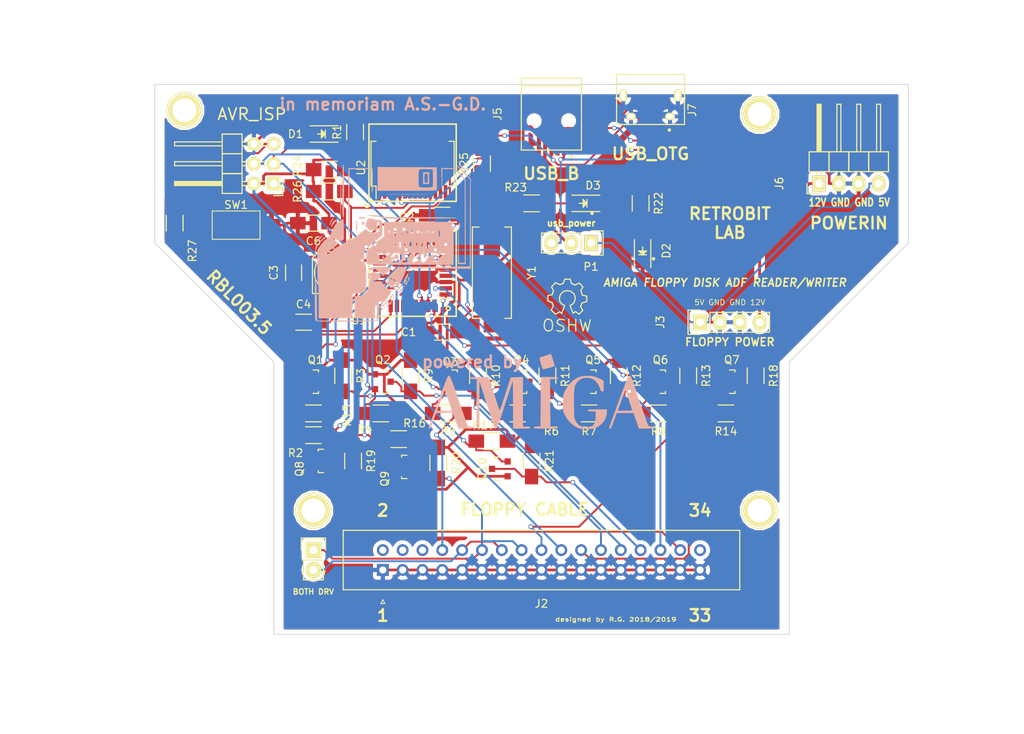
<source format=kicad_pcb>
(kicad_pcb (version 4) (host pcbnew 4.0.2+dfsg1-stable)
  (layers (0 F.Cu signal) (31 B.Cu signal) (34 B.Paste user) (35 F.Paste user) (36 B.SilkS user) (37 F.SilkS user) (38 B.Mask user) (39 F.Mask user) (44 Edge.Cuts user))
  (net 0 "")
  (net 1 GND)
  (net 2 "Net-(C1-Pad2)")
  (net 3 "Net-(C2-Pad2)")
  (net 4 "Net-(C4-Pad2)")
  (net 5 /MISO)
  (net 6 /SCK)
  (net 7 /MOSI)
  (net 8 "Net-(D1-Pad1)")
  (net 9 "Net-(J1-Pad2)")
  (net 10 /~INDEX)
  (net 11 /~DIR)
  (net 12 /~STEP)
  (net 13 /~WDATA)
  (net 14 /~WGATE)
  (net 15 /~TRK0)
  (net 16 /~RDATA)
  (net 17 +12V)
  (net 18 /USBD-)
  (net 19 /USBD+)
  (net 20 /CTS)
  (net 21 /RXD)
  (net 22 /TXD)
  (net 23 /~mRESET)
  (net 24 /~MOTEB)
  (net 25 /~WPROT)
  (net 26 /~SIDE1)
  (net 27 Vcc_FLOPPY)
  (net 28 /~mSTEP)
  (net 29 /~mTRK0)
  (net 30 /~mWGATE)
  (net 31 /~mINDEX)
  (net 32 /~mRDATA)
  (net 33 /~mDIR)
  (net 34 /~mWDATA)
  (net 35 /~mHSEL)
  (net 36 /~mMOTEN)
  (net 37 /~mWPROTECT)
  (net 38 VCC_USB)
  (net 39 "Net-(D2-Pad2)")
  (net 40 "Net-(D3-Pad2)")
  (net 41 VCC)
  (module Resistors_SMD:R_1206_HandSoldering (layer F.Cu) (at 106.68 76.2 90)
    (fp_text reference R27 (at -3.556 2.286 90) (layer F.SilkS))
    (fp_text value 4.7k)
    (pad 1 smd rect (at -2 0 90) (size 2 1.7) (layers F.Cu F.Paste F.Mask) (net 23 /~mRESET))
    (pad 2 smd rect (at 2 0 90) (size 2 1.7) (layers F.Cu F.Paste F.Mask) (net 27 Vcc_FLOPPY))
  )
  (module Resistors_SMD:R_1206_HandSoldering (layer F.Cu) (at 126.492 72.136)
    (fp_text reference R26 (at -4.064 0 90) (layer F.SilkS))
    (fp_text value 10k)
    (pad 1 smd rect (at -2 0) (size 2 1.7) (layers F.Cu F.Paste F.Mask) (net 27 Vcc_FLOPPY))
    (pad 2 smd rect (at 2 0) (size 2 1.7) (layers F.Cu F.Paste F.Mask) (net 20 /CTS))
  )
  (module Resistors_SMD:R_1206_HandSoldering (layer F.Cu) (at 146.05 68.58 90)
    (fp_text reference R25 (at 0 -2.3 90) (layer F.SilkS))
    (fp_text value 10k)
    (pad 1 smd rect (at -2 0 90) (size 2 1.7) (layers F.Cu F.Paste F.Mask) (net 27 Vcc_FLOPPY))
    (pad 2 smd rect (at 2 0 90) (size 2 1.7) (layers F.Cu F.Paste F.Mask) (net 22 /TXD))
  )
  (module Resistors_SMD:R_1206_HandSoldering (layer F.Cu) (at 126.492 69.342)
    (fp_text reference R24 (at -4.064 -0.508 90) (layer F.SilkS))
    (fp_text value 10k)
    (pad 1 smd rect (at -2 0) (size 2 1.7) (layers F.Cu F.Paste F.Mask) (net 27 Vcc_FLOPPY))
    (pad 2 smd rect (at 2 0) (size 2 1.7) (layers F.Cu F.Paste F.Mask) (net 21 /RXD))
  )
  (module Resistors_SMD:R_1206_HandSoldering (layer F.Cu) (at 152.4 73.66)
    (fp_text reference R23 (at -2.032 -2.032) (layer F.SilkS))
    (fp_text value 330)
    (pad 1 smd rect (at -2 0) (size 2 1.7) (layers F.Cu F.Paste F.Mask) (net 27 Vcc_FLOPPY))
    (pad 2 smd rect (at 2 0) (size 2 1.7) (layers F.Cu F.Paste F.Mask) (net 40 "Net-(D3-Pad2)"))
  )
  (module Resistors_SMD:R_1206_HandSoldering (layer F.Cu) (at 166.37 73.66 270)
    (fp_text reference R22 (at 0 -2.3 270) (layer F.SilkS))
    (fp_text value 1k)
    (pad 1 smd rect (at -2 0 270) (size 2 1.7) (layers F.Cu F.Paste F.Mask) (net 17 +12V))
    (pad 2 smd rect (at 2 0 270) (size 2 1.7) (layers F.Cu F.Paste F.Mask) (net 39 "Net-(D2-Pad2)"))
  )
  (module Resistors_SMD:R_1206_HandSoldering (layer F.Cu) (at 152.4 106.68 270)
    (fp_text reference R21 (at 0 -2.3 270) (layer F.SilkS))
    (fp_text value 10k)
    (pad 1 smd rect (at -2 0 270) (size 2 1.7) (layers F.Cu F.Paste F.Mask) (net 27 Vcc_FLOPPY))
    (pad 2 smd rect (at 2 0 270) (size 2 1.7) (layers F.Cu F.Paste F.Mask) (net 25 /~WPROT))
  )
  (module Resistors_SMD:R_1206_HandSoldering (layer F.Cu) (at 140.462 106.934 270)
    (fp_text reference R20 (at 0 -2.3 270) (layer F.SilkS))
    (fp_text value 10k)
    (pad 1 smd rect (at -2 0 270) (size 2 1.7) (layers F.Cu F.Paste F.Mask) (net 27 Vcc_FLOPPY))
    (pad 2 smd rect (at 2 0 270) (size 2 1.7) (layers F.Cu F.Paste F.Mask) (net 24 /~MOTEB))
  )
  (module Resistors_SMD:R_1206_HandSoldering (layer F.Cu) (at 129.54 106.68 270)
    (fp_text reference R19 (at 0 -2.3 270) (layer F.SilkS))
    (fp_text value 10k)
    (pad 1 smd rect (at -2 0 270) (size 2 1.7) (layers F.Cu F.Paste F.Mask) (net 27 Vcc_FLOPPY))
    (pad 2 smd rect (at 2 0 270) (size 2 1.7) (layers F.Cu F.Paste F.Mask) (net 26 /~SIDE1))
  )
  (module Resistors_SMD:R_1206_HandSoldering (layer F.Cu) (at 181.102 95.758 270)
    (fp_text reference R18 (at 0 -2.3 270) (layer F.SilkS))
    (fp_text value 10k)
    (pad 1 smd rect (at -2 0 270) (size 2 1.7) (layers F.Cu F.Paste F.Mask) (net 27 Vcc_FLOPPY))
    (pad 2 smd rect (at 2 0 270) (size 2 1.7) (layers F.Cu F.Paste F.Mask) (net 13 /~WDATA))
  )
  (module Resistors_SMD:R_1206_HandSoldering (layer F.Cu) (at 147.32 104.14 180)
    (fp_text reference R17 (at 1.016 2.032 180) (layer F.SilkS))
    (fp_text value 10k)
    (pad 1 smd rect (at -2 0 180) (size 2 1.7) (layers F.Cu F.Paste F.Mask) (net 27 Vcc_FLOPPY))
    (pad 2 smd rect (at 2 0 180) (size 2 1.7) (layers F.Cu F.Paste F.Mask) (net 37 /~mWPROTECT))
  )
  (module Resistors_SMD:R_1206_HandSoldering (layer F.Cu) (at 135.382 103.886 180)
    (fp_text reference R16 (at -2.032 2.032 180) (layer F.SilkS))
    (fp_text value 10k)
    (pad 1 smd rect (at -2 0 180) (size 2 1.7) (layers F.Cu F.Paste F.Mask) (net 27 Vcc_FLOPPY))
    (pad 2 smd rect (at 2 0 180) (size 2 1.7) (layers F.Cu F.Paste F.Mask) (net 36 /~mMOTEN))
  )
  (module Resistors_SMD:R_1206_HandSoldering (layer F.Cu) (at 124.46 103.378)
    (fp_text reference R15 (at 4.318 -2.54 90) (layer F.SilkS))
    (fp_text value 10k)
    (pad 1 smd rect (at -2 0) (size 2 1.7) (layers F.Cu F.Paste F.Mask) (net 27 Vcc_FLOPPY))
    (pad 2 smd rect (at 2 0) (size 2 1.7) (layers F.Cu F.Paste F.Mask) (net 35 /~mHSEL))
  )
  (module Resistors_SMD:R_1206_HandSoldering (layer F.Cu) (at 177.292 100.584 180)
    (fp_text reference R14 (at 0 -2.3 180) (layer F.SilkS))
    (fp_text value 10k)
    (pad 1 smd rect (at -2 0 180) (size 2 1.7) (layers F.Cu F.Paste F.Mask) (net 27 Vcc_FLOPPY))
    (pad 2 smd rect (at 2 0 180) (size 2 1.7) (layers F.Cu F.Paste F.Mask) (net 34 /~mWDATA))
  )
  (module Resistors_SMD:R_1206_HandSoldering (layer F.Cu) (at 172.466 95.758 270)
    (fp_text reference R13 (at 0 -2.3 270) (layer F.SilkS))
    (fp_text value 10k)
    (pad 1 smd rect (at -2 0 270) (size 2 1.7) (layers F.Cu F.Paste F.Mask) (net 27 Vcc_FLOPPY))
    (pad 2 smd rect (at 2 0 270) (size 2 1.7) (layers F.Cu F.Paste F.Mask) (net 11 /~DIR))
  )
  (module Resistors_SMD:R_1206_HandSoldering (layer F.Cu) (at 163.576 95.758 270)
    (fp_text reference R12 (at 0 -2.3 270) (layer F.SilkS))
    (fp_text value 10k)
    (pad 1 smd rect (at -2 0 270) (size 2 1.7) (layers F.Cu F.Paste F.Mask) (net 27 Vcc_FLOPPY))
    (pad 2 smd rect (at 2 0 270) (size 2 1.7) (layers F.Cu F.Paste F.Mask) (net 16 /~RDATA))
  )
  (module Resistors_SMD:R_1206_HandSoldering (layer F.Cu) (at 154.432 95.758 270)
    (fp_text reference R11 (at 0 -2.3 270) (layer F.SilkS))
    (fp_text value 10k)
    (pad 1 smd rect (at -2 0 270) (size 2 1.7) (layers F.Cu F.Paste F.Mask) (net 27 Vcc_FLOPPY))
    (pad 2 smd rect (at 2 0 270) (size 2 1.7) (layers F.Cu F.Paste F.Mask) (net 10 /~INDEX))
  )
  (module Resistors_SMD:R_1206_HandSoldering (layer F.Cu) (at 145.542 95.758 270)
    (fp_text reference R10 (at 0 -2.3 270) (layer F.SilkS))
    (fp_text value 10k)
    (pad 1 smd rect (at -2 0 270) (size 2 1.7) (layers F.Cu F.Paste F.Mask) (net 27 Vcc_FLOPPY))
    (pad 2 smd rect (at 2 0 270) (size 2 1.7) (layers F.Cu F.Paste F.Mask) (net 14 /~WGATE))
  )
  (module Resistors_SMD:R_1206_HandSoldering (layer F.Cu) (at 136.906 95.758 270)
    (fp_text reference R9 (at 0 -2.3 270) (layer F.SilkS))
    (fp_text value 10k)
    (pad 1 smd rect (at -2 0 270) (size 2 1.7) (layers F.Cu F.Paste F.Mask) (net 27 Vcc_FLOPPY))
    (pad 2 smd rect (at 2 0 270) (size 2 1.7) (layers F.Cu F.Paste F.Mask) (net 15 /~TRK0))
  )
  (module Resistors_SMD:R_1206_HandSoldering (layer F.Cu) (at 168.656 100.584 180)
    (fp_text reference R8 (at 0 -2.3 180) (layer F.SilkS))
    (fp_text value 10k)
    (pad 1 smd rect (at -2 0 180) (size 2 1.7) (layers F.Cu F.Paste F.Mask) (net 27 Vcc_FLOPPY))
    (pad 2 smd rect (at 2 0 180) (size 2 1.7) (layers F.Cu F.Paste F.Mask) (net 33 /~mDIR))
  )
  (module Resistors_SMD:R_1206_HandSoldering (layer F.Cu) (at 159.766 100.584 180)
    (fp_text reference R7 (at 0 -2.3 180) (layer F.SilkS))
    (fp_text value 10k)
    (pad 1 smd rect (at -2 0 180) (size 2 1.7) (layers F.Cu F.Paste F.Mask) (net 27 Vcc_FLOPPY))
    (pad 2 smd rect (at 2 0 180) (size 2 1.7) (layers F.Cu F.Paste F.Mask) (net 32 /~mRDATA))
  )
  (module Resistors_SMD:R_1206_HandSoldering (layer F.Cu) (at 150.622 100.584 180)
    (fp_text reference R6 (at -4.318 -2.286 180) (layer F.SilkS))
    (fp_text value 10k)
    (pad 1 smd rect (at -2 0 180) (size 2 1.7) (layers F.Cu F.Paste F.Mask) (net 27 Vcc_FLOPPY))
    (pad 2 smd rect (at 2 0 180) (size 2 1.7) (layers F.Cu F.Paste F.Mask) (net 31 /~mINDEX))
  )
  (module Resistors_SMD:R_1206_HandSoldering (layer F.Cu) (at 141.732 100.584 180)
    (fp_text reference R5 (at 0 -2.3 180) (layer F.SilkS))
    (fp_text value 10k)
    (pad 1 smd rect (at -2 0 180) (size 2 1.7) (layers F.Cu F.Paste F.Mask) (net 27 Vcc_FLOPPY))
    (pad 2 smd rect (at 2 0 180) (size 2 1.7) (layers F.Cu F.Paste F.Mask) (net 30 /~mWGATE))
  )
  (module Resistors_SMD:R_1206_HandSoldering (layer F.Cu) (at 133.096 100.584 180)
    (fp_text reference R4 (at 2.032 -2.032 180) (layer F.SilkS))
    (fp_text value 10k)
    (pad 1 smd rect (at -2 0 180) (size 2 1.7) (layers F.Cu F.Paste F.Mask) (net 27 Vcc_FLOPPY))
    (pad 2 smd rect (at 2 0 180) (size 2 1.7) (layers F.Cu F.Paste F.Mask) (net 29 /~mTRK0))
  )
  (module Resistors_SMD:R_1206_HandSoldering (layer F.Cu) (at 128.27 95.758 270)
    (fp_text reference R3 (at 0 -2.3 270) (layer F.SilkS))
    (fp_text value 10k)
    (pad 1 smd rect (at -2 0 270) (size 2 1.7) (layers F.Cu F.Paste F.Mask) (net 27 Vcc_FLOPPY))
    (pad 2 smd rect (at 2 0 270) (size 2 1.7) (layers F.Cu F.Paste F.Mask) (net 12 /~STEP))
  )
  (module Resistors_SMD:R_1206_HandSoldering (layer F.Cu) (at 124.46 100.584 180)
    (fp_text reference R2 (at 2.286 -5.08 180) (layer F.SilkS))
    (fp_text value 10k)
    (pad 1 smd rect (at -2 0 180) (size 2 1.7) (layers F.Cu F.Paste F.Mask) (net 27 Vcc_FLOPPY))
    (pad 2 smd rect (at 2 0 180) (size 2 1.7) (layers F.Cu F.Paste F.Mask) (net 28 /~mSTEP))
  )
  (module Resistors_SMD:R_1206_HandSoldering (layer F.Cu) (at 129.794 64.516 90)
    (fp_text reference R1 (at 0 -2.3 90) (layer F.SilkS))
    (fp_text value 330)
    (pad 1 smd rect (at -2 0 90) (size 2 1.7) (layers F.Cu F.Paste F.Mask) (net 8 "Net-(D1-Pad1)"))
    (pad 2 smd rect (at 2 0 90) (size 2 1.7) (layers F.Cu F.Paste F.Mask) (net 1 GND))
  )
  (module LEDs:LED_1206 (layer F.Cu) (at 159.004 73.66 180)
    (fp_text reference D3 (at -1.27 2.286 180) (layer F.SilkS))
    (fp_text value Led_Small)
    (pad 2 smd rect (at 1.41986 0) (size 1.59766 1.80086) (layers F.Cu F.Paste F.Mask) (net 40 "Net-(D3-Pad2)"))
    (pad 1 smd rect (at -1.41986 0) (size 1.59766 1.80086) (layers F.Cu F.Paste F.Mask) (net 1 GND))
  )
  (module LEDs:LED_1206 (layer F.Cu) (at 166.624 79.756 90)
    (fp_text reference D2 (at 0 3.048 90) (layer F.SilkS))
    (fp_text value Led_Small)
    (pad 2 smd rect (at 1.41986 0 270) (size 1.59766 1.80086) (layers F.Cu F.Paste F.Mask) (net 39 "Net-(D2-Pad2)"))
    (pad 1 smd rect (at -1.41986 0 270) (size 1.59766 1.80086) (layers F.Cu F.Paste F.Mask) (net 1 GND))
  )
  (module LEDs:LED_1206 (layer F.Cu) (at 125.476 64.77 180)
    (fp_text reference D1 (at 3.302 0 180) (layer F.SilkS))
    (fp_text value ACT)
    (pad 2 smd rect (at 1.41986 0) (size 1.59766 1.80086) (layers F.Cu F.Paste F.Mask) (net 6 /SCK))
    (pad 1 smd rect (at -1.41986 0) (size 1.59766 1.80086) (layers F.Cu F.Paste F.Mask) (net 8 "Net-(D1-Pad1)"))
  )
  (module Capacitors_SMD:C_1206_HandSoldering (layer F.Cu) (at 124.46 76.2 180)
    (fp_text reference C6 (at 0 -2.3 180) (layer F.SilkS))
    (fp_text value 100nF)
    (pad 1 smd rect (at -2 0 180) (size 2 1.6) (layers F.Cu F.Paste F.Mask) (net 27 Vcc_FLOPPY))
    (pad 2 smd rect (at 2 0 180) (size 2 1.6) (layers F.Cu F.Paste F.Mask) (net 1 GND))
  )
  (module Capacitors_SMD:C_1206_HandSoldering (layer F.Cu) (at 123.19 88.9)
    (fp_text reference C4 (at 0 -2.3) (layer F.SilkS))
    (fp_text value 100nF)
    (pad 1 smd rect (at -2 0) (size 2 1.6) (layers F.Cu F.Paste F.Mask) (net 1 GND))
    (pad 2 smd rect (at 2 0) (size 2 1.6) (layers F.Cu F.Paste F.Mask) (net 4 "Net-(C4-Pad2)"))
  )
  (module Capacitors_SMD:C_1206_HandSoldering (layer F.Cu) (at 121.92 82.55 270)
    (fp_text reference C3 (at 0 2.54 270) (layer F.SilkS))
    (fp_text value 100nF)
    (pad 1 smd rect (at -2 0 270) (size 2 1.6) (layers F.Cu F.Paste F.Mask) (net 27 Vcc_FLOPPY))
    (pad 2 smd rect (at 2 0 270) (size 2 1.6) (layers F.Cu F.Paste F.Mask) (net 1 GND))
  )
  (module Capacitors_SMD:C_1206_HandSoldering (layer F.Cu) (at 140.97 75.184)
    (fp_text reference C2 (at -4.572 0.254) (layer F.SilkS))
    (fp_text value 22pF)
    (pad 1 smd rect (at -2 0) (size 2 1.6) (layers F.Cu F.Paste F.Mask) (net 1 GND))
    (pad 2 smd rect (at 2 0) (size 2 1.6) (layers F.Cu F.Paste F.Mask) (net 3 "Net-(C2-Pad2)"))
  )
  (module Capacitors_SMD:C_1206_HandSoldering (layer F.Cu) (at 140.97 90.17)
    (fp_text reference C1 (at -4.318 0) (layer F.SilkS))
    (fp_text value 22pF)
    (pad 1 smd rect (at -2 0) (size 2 1.6) (layers F.Cu F.Paste F.Mask) (net 1 GND))
    (pad 2 smd rect (at 2 0) (size 2 1.6) (layers F.Cu F.Paste F.Mask) (net 2 "Net-(C1-Pad2)"))
  )
  (module RetroBitLab:amigaWorkBench1-SIlkScreenBack (layer B.Cu) (at 134.62 78.74 180)
    (fp_text reference WB hide)
    (fp_text value LOGO hide)
  )
  (module RetroBitLab:amigaLogo_BW_31x12mm-SilkScreenBack (layer B.Cu) (at 153.67 97.79 180)
    (fp_text reference LOGO hide)
    (fp_text value LOGO hide)
  )
  (module RetroBitLab:IDC-Header_2x17_P2.54mm_Vertical_Lock (layer F.Cu) (at 133.35 120.65 90)
    (fp_text reference J2 (at -4.318 20.32 360) (layer F.SilkS))
    (fp_text value floppy_conn)
    (pad 1 thru_hole rect (at 0 0) (size 1.52 1.52) (drill 0.91) (layers *.Cu *.Mask) (net 1 GND))
    (pad 2 thru_hole circle (at 2.54 0) (size 1.52 1.52) (drill 0.91) (layers *.Cu *.Mask))
    (pad 3 thru_hole circle (at 0 2.54) (size 1.52 1.52) (drill 0.91) (layers *.Cu *.Mask) (net 1 GND))
    (pad 4 thru_hole circle (at 2.54 2.54) (size 1.52 1.52) (drill 0.91) (layers *.Cu *.Mask))
    (pad 5 thru_hole circle (at 0 5.08) (size 1.52 1.52) (drill 0.91) (layers *.Cu *.Mask) (net 1 GND))
    (pad 6 thru_hole circle (at 2.54 5.08) (size 1.52 1.52) (drill 0.91) (layers *.Cu *.Mask))
    (pad 7 thru_hole circle (at 0 7.62) (size 1.52 1.52) (drill 0.91) (layers *.Cu *.Mask) (net 1 GND))
    (pad 8 thru_hole circle (at 2.54 7.62) (size 1.52 1.52) (drill 0.91) (layers *.Cu *.Mask) (net 10 /~INDEX))
    (pad 9 thru_hole circle (at 0 10.16) (size 1.52 1.52) (drill 0.91) (layers *.Cu *.Mask) (net 1 GND))
    (pad 10 thru_hole circle (at 2.54 10.16) (size 1.52 1.52) (drill 0.91) (layers *.Cu *.Mask) (net 9 "Net-(J1-Pad2)"))
    (pad 11 thru_hole circle (at 0 12.7) (size 1.52 1.52) (drill 0.91) (layers *.Cu *.Mask) (net 1 GND))
    (pad 12 thru_hole circle (at 2.54 12.7) (size 1.52 1.52) (drill 0.91) (layers *.Cu *.Mask) (net 24 /~MOTEB))
    (pad 13 thru_hole circle (at 0 15.24) (size 1.52 1.52) (drill 0.91) (layers *.Cu *.Mask) (net 1 GND))
    (pad 14 thru_hole circle (at 2.54 15.24) (size 1.52 1.52) (drill 0.91) (layers *.Cu *.Mask) (net 9 "Net-(J1-Pad2)"))
    (pad 15 thru_hole circle (at 0 17.78) (size 1.52 1.52) (drill 0.91) (layers *.Cu *.Mask) (net 1 GND))
    (pad 16 thru_hole circle (at 2.54 17.78) (size 1.52 1.52) (drill 0.91) (layers *.Cu *.Mask) (net 24 /~MOTEB))
    (pad 17 thru_hole circle (at 0 20.32) (size 1.52 1.52) (drill 0.91) (layers *.Cu *.Mask) (net 1 GND))
    (pad 18 thru_hole circle (at 2.54 20.32) (size 1.52 1.52) (drill 0.91) (layers *.Cu *.Mask) (net 11 /~DIR))
    (pad 19 thru_hole circle (at 0 22.86) (size 1.52 1.52) (drill 0.91) (layers *.Cu *.Mask) (net 1 GND))
    (pad 20 thru_hole circle (at 2.54 22.86) (size 1.52 1.52) (drill 0.91) (layers *.Cu *.Mask) (net 12 /~STEP))
    (pad 21 thru_hole circle (at 0 25.4) (size 1.52 1.52) (drill 0.91) (layers *.Cu *.Mask) (net 1 GND))
    (pad 22 thru_hole circle (at 2.54 25.4) (size 1.52 1.52) (drill 0.91) (layers *.Cu *.Mask) (net 13 /~WDATA))
    (pad 23 thru_hole circle (at 0 27.94) (size 1.52 1.52) (drill 0.91) (layers *.Cu *.Mask) (net 1 GND))
    (pad 24 thru_hole circle (at 2.54 27.94) (size 1.52 1.52) (drill 0.91) (layers *.Cu *.Mask) (net 14 /~WGATE))
    (pad 25 thru_hole circle (at 0 30.48) (size 1.52 1.52) (drill 0.91) (layers *.Cu *.Mask) (net 1 GND))
    (pad 26 thru_hole circle (at 2.54 30.48) (size 1.52 1.52) (drill 0.91) (layers *.Cu *.Mask) (net 15 /~TRK0))
    (pad 27 thru_hole circle (at 0 33.02) (size 1.52 1.52) (drill 0.91) (layers *.Cu *.Mask) (net 1 GND))
    (pad 28 thru_hole circle (at 2.54 33.02) (size 1.52 1.52) (drill 0.91) (layers *.Cu *.Mask) (net 25 /~WPROT))
    (pad 29 thru_hole circle (at 0 35.56) (size 1.52 1.52) (drill 0.91) (layers *.Cu *.Mask) (net 1 GND))
    (pad 30 thru_hole circle (at 2.54 35.56) (size 1.52 1.52) (drill 0.91) (layers *.Cu *.Mask) (net 16 /~RDATA))
    (pad 31 thru_hole circle (at 0 38.1) (size 1.52 1.52) (drill 0.91) (layers *.Cu *.Mask) (net 1 GND))
    (pad 32 thru_hole circle (at 2.54 38.1) (size 1.52 1.52) (drill 0.91) (layers *.Cu *.Mask) (net 26 /~SIDE1))
    (pad 33 thru_hole circle (at 0 40.64) (size 1.52 1.52) (drill 0.91) (layers *.Cu *.Mask) (net 1 GND))
    (pad 34 thru_hole circle (at 2.54 40.64) (size 1.52 1.52) (drill 0.91) (layers *.Cu *.Mask))
  )
  (module RetroBitLab:SW_SPST_FSMSM_3D (layer F.Cu) (at 114.554 76.454)
    (fp_text reference SW1 (at 0 -2.6) (layer F.SilkS))
    (fp_text value ~mRESET)
    (pad 1 smd rect (at -4.59 0) (size 2.18 1.6) (layers F.Cu F.Paste F.Mask) (net 23 /~mRESET))
    (pad 2 smd rect (at 4.59 0) (size 2.18 1.6) (layers F.Cu F.Paste F.Mask) (net 1 GND))
  )
  (module Crystals:Crystal_HC49-SD_SMD (layer F.Cu) (at 147.32 82.55 270)
    (fp_text reference Y1 (at 0 -5.08 270) (layer F.SilkS))
    (fp_text value 16MHz)
    (pad 1 smd rect (at -4.84886 0 270) (size 5.6007 2.10058) (layers F.Cu F.Paste F.Mask) (net 3 "Net-(C2-Pad2)"))
    (pad 2 smd rect (at 4.84886 0 270) (size 5.6007 2.10058) (layers F.Cu F.Paste F.Mask) (net 2 "Net-(C1-Pad2)"))
  )
  (module Housings_SSOP:SSOP-28_5.3x10.2mm_Pitch0.65mm (layer F.Cu) (at 137.16 68.58 90)
    (fp_text reference U2 (at -0.508 -6.604 90) (layer F.SilkS))
    (fp_text value FT232RL)
    (pad 1 smd rect (at -3.6 -4.225 90) (size 1.75 0.45) (layers F.Cu F.Paste F.Mask) (net 21 /RXD))
    (pad 2 smd rect (at -3.6 -3.575 90) (size 1.75 0.45) (layers F.Cu F.Paste F.Mask))
    (pad 3 smd rect (at -3.6 -2.925 90) (size 1.75 0.45) (layers F.Cu F.Paste F.Mask))
    (pad 4 smd rect (at -3.6 -2.275 90) (size 1.75 0.45) (layers F.Cu F.Paste F.Mask) (net 27 Vcc_FLOPPY))
    (pad 5 smd rect (at -3.6 -1.625 90) (size 1.75 0.45) (layers F.Cu F.Paste F.Mask) (net 22 /TXD))
    (pad 6 smd rect (at -3.6 -0.975 90) (size 1.75 0.45) (layers F.Cu F.Paste F.Mask))
    (pad 7 smd rect (at -3.6 -0.325 90) (size 1.75 0.45) (layers F.Cu F.Paste F.Mask) (net 1 GND))
    (pad 8 smd rect (at -3.6 0.325 90) (size 1.75 0.45) (layers F.Cu F.Paste F.Mask))
    (pad 9 smd rect (at -3.6 0.975 90) (size 1.75 0.45) (layers F.Cu F.Paste F.Mask))
    (pad 10 smd rect (at -3.6 1.625 90) (size 1.75 0.45) (layers F.Cu F.Paste F.Mask))
    (pad 11 smd rect (at -3.6 2.275 90) (size 1.75 0.45) (layers F.Cu F.Paste F.Mask) (net 20 /CTS))
    (pad 12 smd rect (at -3.6 2.925 90) (size 1.75 0.45) (layers F.Cu F.Paste F.Mask))
    (pad 13 smd rect (at -3.6 3.575 90) (size 1.75 0.45) (layers F.Cu F.Paste F.Mask))
    (pad 14 smd rect (at -3.6 4.225 90) (size 1.75 0.45) (layers F.Cu F.Paste F.Mask))
    (pad 15 smd rect (at 3.6 4.225 90) (size 1.75 0.45) (layers F.Cu F.Paste F.Mask) (net 19 /USBD+))
    (pad 16 smd rect (at 3.6 3.575 90) (size 1.75 0.45) (layers F.Cu F.Paste F.Mask) (net 18 /USBD-))
    (pad 17 smd rect (at 3.6 2.925 90) (size 1.75 0.45) (layers F.Cu F.Paste F.Mask) (net 4 "Net-(C4-Pad2)"))
    (pad 18 smd rect (at 3.6 2.275 90) (size 1.75 0.45) (layers F.Cu F.Paste F.Mask) (net 1 GND))
    (pad 19 smd rect (at 3.6 1.625 90) (size 1.75 0.45) (layers F.Cu F.Paste F.Mask))
    (pad 20 smd rect (at 3.6 0.975 90) (size 1.75 0.45) (layers F.Cu F.Paste F.Mask) (net 27 Vcc_FLOPPY))
    (pad 21 smd rect (at 3.6 0.325 90) (size 1.75 0.45) (layers F.Cu F.Paste F.Mask) (net 1 GND))
    (pad 22 smd rect (at 3.6 -0.325 90) (size 1.75 0.45) (layers F.Cu F.Paste F.Mask))
    (pad 23 smd rect (at 3.6 -0.975 90) (size 1.75 0.45) (layers F.Cu F.Paste F.Mask))
    (pad 24 smd rect (at 3.6 -1.625 90) (size 1.75 0.45) (layers F.Cu F.Paste F.Mask))
    (pad 25 smd rect (at 3.6 -2.275 90) (size 1.75 0.45) (layers F.Cu F.Paste F.Mask) (net 1 GND))
    (pad 26 smd rect (at 3.6 -2.925 90) (size 1.75 0.45) (layers F.Cu F.Paste F.Mask) (net 1 GND))
    (pad 27 smd rect (at 3.6 -3.575 90) (size 1.75 0.45) (layers F.Cu F.Paste F.Mask))
    (pad 28 smd rect (at 3.6 -4.225 90) (size 1.75 0.45) (layers F.Cu F.Paste F.Mask))
  )
  (module TO_SOT_Packages_SMD:SOT-23 (layer F.Cu) (at 148.336 107.696 90)
    (fp_text reference Q10 (at 0 -2.25 90) (layer F.SilkS))
    (fp_text value BSS138)
    (pad 1 smd rect (at -0.95 1.00076 90) (size 0.8001 0.8001) (layers F.Cu F.Paste F.Mask) (net 27 Vcc_FLOPPY))
    (pad 2 smd rect (at 0.95 1.00076 90) (size 0.8001 0.8001) (layers F.Cu F.Paste F.Mask) (net 37 /~mWPROTECT))
    (pad 3 smd rect (at 0 -0.99822 90) (size 0.8001 0.8001) (layers F.Cu F.Paste F.Mask) (net 25 /~WPROT))
  )
  (module TO_SOT_Packages_SMD:SOT-23 (layer F.Cu) (at 136.398 107.442 90)
    (fp_text reference Q9 (at -1.524 -2.794 90) (layer F.SilkS))
    (fp_text value BSS138)
    (pad 1 smd rect (at -0.95 1.00076 90) (size 0.8001 0.8001) (layers F.Cu F.Paste F.Mask) (net 27 Vcc_FLOPPY))
    (pad 2 smd rect (at 0.95 1.00076 90) (size 0.8001 0.8001) (layers F.Cu F.Paste F.Mask) (net 36 /~mMOTEN))
    (pad 3 smd rect (at 0 -0.99822 90) (size 0.8001 0.8001) (layers F.Cu F.Paste F.Mask) (net 24 /~MOTEB))
  )
  (module TO_SOT_Packages_SMD:SOT-23 (layer F.Cu) (at 125.73 106.68 90)
    (fp_text reference Q8 (at -1.016 -3.048 90) (layer F.SilkS))
    (fp_text value BSS138)
    (pad 1 smd rect (at -0.95 1.00076 90) (size 0.8001 0.8001) (layers F.Cu F.Paste F.Mask) (net 27 Vcc_FLOPPY))
    (pad 2 smd rect (at 0.95 1.00076 90) (size 0.8001 0.8001) (layers F.Cu F.Paste F.Mask) (net 35 /~mHSEL))
    (pad 3 smd rect (at 0 -0.99822 90) (size 0.8001 0.8001) (layers F.Cu F.Paste F.Mask) (net 26 /~SIDE1))
  )
  (module TO_SOT_Packages_SMD:SOT-23 (layer F.Cu) (at 177.8 96.52 270)
    (fp_text reference Q7 (at -2.794 -0.254 360) (layer F.SilkS))
    (fp_text value BSS138)
    (pad 1 smd rect (at -0.95 1.00076 270) (size 0.8001 0.8001) (layers F.Cu F.Paste F.Mask) (net 27 Vcc_FLOPPY))
    (pad 2 smd rect (at 0.95 1.00076 270) (size 0.8001 0.8001) (layers F.Cu F.Paste F.Mask) (net 34 /~mWDATA))
    (pad 3 smd rect (at 0 -0.99822 270) (size 0.8001 0.8001) (layers F.Cu F.Paste F.Mask) (net 13 /~WDATA))
  )
  (module TO_SOT_Packages_SMD:SOT-23 (layer F.Cu) (at 168.91 96.52 270)
    (fp_text reference Q6 (at -2.794 0 360) (layer F.SilkS))
    (fp_text value BSS138)
    (pad 1 smd rect (at -0.95 1.00076 270) (size 0.8001 0.8001) (layers F.Cu F.Paste F.Mask) (net 27 Vcc_FLOPPY))
    (pad 2 smd rect (at 0.95 1.00076 270) (size 0.8001 0.8001) (layers F.Cu F.Paste F.Mask) (net 33 /~mDIR))
    (pad 3 smd rect (at 0 -0.99822 270) (size 0.8001 0.8001) (layers F.Cu F.Paste F.Mask) (net 11 /~DIR))
  )
  (module TO_SOT_Packages_SMD:SOT-23 (layer F.Cu) (at 160.02 96.52 270)
    (fp_text reference Q5 (at -2.794 -0.254 360) (layer F.SilkS))
    (fp_text value BSS138)
    (pad 1 smd rect (at -0.95 1.00076 270) (size 0.8001 0.8001) (layers F.Cu F.Paste F.Mask) (net 27 Vcc_FLOPPY))
    (pad 2 smd rect (at 0.95 1.00076 270) (size 0.8001 0.8001) (layers F.Cu F.Paste F.Mask) (net 32 /~mRDATA))
    (pad 3 smd rect (at 0 -0.99822 270) (size 0.8001 0.8001) (layers F.Cu F.Paste F.Mask) (net 16 /~RDATA))
  )
  (module TO_SOT_Packages_SMD:SOT-23 (layer F.Cu) (at 151.13 96.52 270)
    (fp_text reference Q4 (at -2.794 0 360) (layer F.SilkS))
    (fp_text value BSS138)
    (pad 1 smd rect (at -0.95 1.00076 270) (size 0.8001 0.8001) (layers F.Cu F.Paste F.Mask) (net 27 Vcc_FLOPPY))
    (pad 2 smd rect (at 0.95 1.00076 270) (size 0.8001 0.8001) (layers F.Cu F.Paste F.Mask) (net 31 /~mINDEX))
    (pad 3 smd rect (at 0 -0.99822 270) (size 0.8001 0.8001) (layers F.Cu F.Paste F.Mask) (net 10 /~INDEX))
  )
  (module TO_SOT_Packages_SMD:SOT-23 (layer F.Cu) (at 142.24 96.52 270)
    (fp_text reference Q3 (at -2.54 0.254 360) (layer F.SilkS))
    (fp_text value BSS138)
    (pad 1 smd rect (at -0.95 1.00076 270) (size 0.8001 0.8001) (layers F.Cu F.Paste F.Mask) (net 27 Vcc_FLOPPY))
    (pad 2 smd rect (at 0.95 1.00076 270) (size 0.8001 0.8001) (layers F.Cu F.Paste F.Mask) (net 30 /~mWGATE))
    (pad 3 smd rect (at 0 -0.99822 270) (size 0.8001 0.8001) (layers F.Cu F.Paste F.Mask) (net 14 /~WGATE))
  )
  (module TO_SOT_Packages_SMD:SOT-23 (layer F.Cu) (at 133.35 96.52 270)
    (fp_text reference Q2 (at -2.794 0 360) (layer F.SilkS))
    (fp_text value BSS138)
    (pad 1 smd rect (at -0.95 1.00076 270) (size 0.8001 0.8001) (layers F.Cu F.Paste F.Mask) (net 27 Vcc_FLOPPY))
    (pad 2 smd rect (at 0.95 1.00076 270) (size 0.8001 0.8001) (layers F.Cu F.Paste F.Mask) (net 29 /~mTRK0))
    (pad 3 smd rect (at 0 -0.99822 270) (size 0.8001 0.8001) (layers F.Cu F.Paste F.Mask) (net 15 /~TRK0))
  )
  (module TO_SOT_Packages_SMD:SOT-23 (layer F.Cu) (at 124.46 96.52 270)
    (fp_text reference Q1 (at -2.794 -0.254 360) (layer F.SilkS))
    (fp_text value BSS138)
    (pad 1 smd rect (at -0.95 1.00076 270) (size 0.8001 0.8001) (layers F.Cu F.Paste F.Mask) (net 27 Vcc_FLOPPY))
    (pad 2 smd rect (at 0.95 1.00076 270) (size 0.8001 0.8001) (layers F.Cu F.Paste F.Mask) (net 28 /~mSTEP))
    (pad 3 smd rect (at 0 -0.99822 270) (size 0.8001 0.8001) (layers F.Cu F.Paste F.Mask) (net 12 /~STEP))
  )
  (module Pin_Headers:Pin_Header_Straight_1x03 (layer F.Cu) (at 160.02 78.74 270)
    (fp_text reference P1 (at 3.048 0 360) (layer F.SilkS))
    (fp_text value CONN_01X03)
    (pad 1 thru_hole rect (at 0 0 270) (size 2.032 1.7272) (drill 1.016) (layers *.Cu *.Mask F.SilkS) (net 41 VCC))
    (pad 2 thru_hole oval (at 0 2.54 270) (size 2.032 1.7272) (drill 1.016) (layers *.Cu *.Mask F.SilkS) (net 27 Vcc_FLOPPY))
    (pad 3 thru_hole oval (at 0 5.08 270) (size 2.032 1.7272) (drill 1.016) (layers *.Cu *.Mask F.SilkS) (net 38 VCC_USB))
  )
  (module Pin_Headers:Pin_Header_Angled_1x04 (layer F.Cu) (at 189.23 71.12 90)
    (fp_text reference J6 (at 0 -5.1 90) (layer F.SilkS))
    (fp_text value PWRIN)
    (pad 1 thru_hole rect (at 0 0 90) (size 2.032 1.7272) (drill 1.016) (layers *.Cu *.Mask F.SilkS) (net 17 +12V))
    (pad 2 thru_hole oval (at 0 2.54 90) (size 2.032 1.7272) (drill 1.016) (layers *.Cu *.Mask F.SilkS) (net 1 GND))
    (pad 3 thru_hole oval (at 0 5.08 90) (size 2.032 1.7272) (drill 1.016) (layers *.Cu *.Mask F.SilkS) (net 1 GND))
    (pad 4 thru_hole oval (at 0 7.62 90) (size 2.032 1.7272) (drill 1.016) (layers *.Cu *.Mask F.SilkS) (net 41 VCC))
  )
  (module Pin_Headers:Pin_Header_Straight_1x04 (layer F.Cu) (at 173.99 88.9 90)
    (fp_text reference J3 (at 0 -5.1 90) (layer F.SilkS))
    (fp_text value floppy_power)
    (pad 1 thru_hole rect (at 0 0 90) (size 2.032 1.7272) (drill 1.016) (layers *.Cu *.Mask F.SilkS) (net 41 VCC))
    (pad 2 thru_hole oval (at 0 2.54 90) (size 2.032 1.7272) (drill 1.016) (layers *.Cu *.Mask F.SilkS) (net 1 GND))
    (pad 3 thru_hole oval (at 0 5.08 90) (size 2.032 1.7272) (drill 1.016) (layers *.Cu *.Mask F.SilkS) (net 1 GND))
    (pad 4 thru_hole oval (at 0 7.62 90) (size 2.032 1.7272) (drill 1.016) (layers *.Cu *.Mask F.SilkS) (net 17 +12V))
  )
  (module Pin_Headers:Pin_Header_Straight_1x02 (layer F.Cu) (at 124.46 118.11)
    (fp_text reference J1 (at 0 -5.1) (layer F.SilkS))
    (fp_text value bothdrv)
    (pad 1 thru_hole rect (at 0 0) (size 2.032 2.032) (drill 1.016) (layers *.Cu *.Mask F.SilkS) (net 24 /~MOTEB))
    (pad 2 thru_hole oval (at 0 2.54) (size 2.032 2.032) (drill 1.016) (layers *.Cu *.Mask F.SilkS) (net 9 "Net-(J1-Pad2)"))
  )
  (module Pin_Headers:Pin_Header_Angled_2x03 (layer F.Cu) (at 119.38 71.12 180)
    (fp_text reference CON1 hide)
    (fp_text value CONN_02X03)
    (pad 1 thru_hole rect (at 0 0 180) (size 1.7272 1.7272) (drill 1.016) (layers *.Cu *.Mask F.SilkS) (net 5 /MISO))
    (pad 2 thru_hole oval (at 2.54 0 180) (size 1.7272 1.7272) (drill 1.016) (layers *.Cu *.Mask F.SilkS) (net 27 Vcc_FLOPPY))
    (pad 3 thru_hole oval (at 0 2.54 180) (size 1.7272 1.7272) (drill 1.016) (layers *.Cu *.Mask F.SilkS) (net 6 /SCK))
    (pad 4 thru_hole oval (at 2.54 2.54 180) (size 1.7272 1.7272) (drill 1.016) (layers *.Cu *.Mask F.SilkS) (net 7 /MOSI))
    (pad 5 thru_hole oval (at 0 5.08 180) (size 1.7272 1.7272) (drill 1.016) (layers *.Cu *.Mask F.SilkS) (net 23 /~mRESET))
    (pad 6 thru_hole oval (at 2.54 5.08 180) (size 1.7272 1.7272) (drill 1.016) (layers *.Cu *.Mask F.SilkS) (net 1 GND))
  )
  (module Capacitors_SMD:c_elec_5x5.7 (layer F.Cu) (at 127 82.55 90)
    (fp_text reference C5 (at 3.81 2.54 180) (layer F.SilkS))
    (fp_text value 2.2uF)
    (pad 1 smd rect (at 2.19964 0 90) (size 2.99974 1.6002) (layers F.Cu F.Paste F.Mask) (net 27 Vcc_FLOPPY))
    (pad 2 smd rect (at -2.19964 0 90) (size 2.99974 1.6002) (layers F.Cu F.Paste F.Mask) (net 1 GND))
  )
  (module Housings_QFP:TQFP-32_7x7mm_Pitch0.8mm (layer F.Cu) (at 137.16 82.55 180)
    (fp_text reference U1 (at 6.858 -6.096 180) (layer F.SilkS))
    (fp_text value ATMEGA88-A)
    (pad 1 smd rect (at -4.25 -2.8 180) (size 1.6 0.55) (layers F.Cu F.Paste F.Mask) (net 34 /~mWDATA))
    (pad 2 smd rect (at -4.25 -2 180) (size 1.6 0.55) (layers F.Cu F.Paste F.Mask) (net 32 /~mRDATA))
    (pad 3 smd rect (at -4.25 -1.2 180) (size 1.6 0.55) (layers F.Cu F.Paste F.Mask) (net 1 GND))
    (pad 4 smd rect (at -4.25 -0.4 180) (size 1.6 0.55) (layers F.Cu F.Paste F.Mask) (net 27 Vcc_FLOPPY))
    (pad 5 smd rect (at -4.25 0.4 180) (size 1.6 0.55) (layers F.Cu F.Paste F.Mask) (net 1 GND))
    (pad 6 smd rect (at -4.25 1.2 180) (size 1.6 0.55) (layers F.Cu F.Paste F.Mask) (net 27 Vcc_FLOPPY))
    (pad 7 smd rect (at -4.25 2 180) (size 1.6 0.55) (layers F.Cu F.Paste F.Mask) (net 2 "Net-(C1-Pad2)"))
    (pad 8 smd rect (at -4.25 2.8 180) (size 1.6 0.55) (layers F.Cu F.Paste F.Mask) (net 3 "Net-(C2-Pad2)"))
    (pad 9 smd rect (at -2.8 4.25 270) (size 1.6 0.55) (layers F.Cu F.Paste F.Mask) (net 36 /~mMOTEN))
    (pad 10 smd rect (at -2 4.25 270) (size 1.6 0.55) (layers F.Cu F.Paste F.Mask) (net 33 /~mDIR))
    (pad 11 smd rect (at -1.2 4.25 270) (size 1.6 0.55) (layers F.Cu F.Paste F.Mask) (net 28 /~mSTEP))
    (pad 12 smd rect (at -0.4 4.25 270) (size 1.6 0.55) (layers F.Cu F.Paste F.Mask) (net 29 /~mTRK0))
    (pad 13 smd rect (at 0.4 4.25 270) (size 1.6 0.55) (layers F.Cu F.Paste F.Mask) (net 35 /~mHSEL))
    (pad 14 smd rect (at 1.2 4.25 270) (size 1.6 0.55) (layers F.Cu F.Paste F.Mask))
    (pad 15 smd rect (at 2 4.25 270) (size 1.6 0.55) (layers F.Cu F.Paste F.Mask) (net 7 /MOSI))
    (pad 16 smd rect (at 2.8 4.25 270) (size 1.6 0.55) (layers F.Cu F.Paste F.Mask) (net 5 /MISO))
    (pad 17 smd rect (at 4.25 2.8 180) (size 1.6 0.55) (layers F.Cu F.Paste F.Mask) (net 6 /SCK))
    (pad 18 smd rect (at 4.25 2 180) (size 1.6 0.55) (layers F.Cu F.Paste F.Mask) (net 27 Vcc_FLOPPY))
    (pad 19 smd rect (at 4.25 1.2 180) (size 1.6 0.55) (layers F.Cu F.Paste F.Mask))
    (pad 20 smd rect (at 4.25 0.4 180) (size 1.6 0.55) (layers F.Cu F.Paste F.Mask))
    (pad 21 smd rect (at 4.25 -0.4 180) (size 1.6 0.55) (layers F.Cu F.Paste F.Mask) (net 1 GND))
    (pad 22 smd rect (at 4.25 -1.2 180) (size 1.6 0.55) (layers F.Cu F.Paste F.Mask))
    (pad 23 smd rect (at 4.25 -2 180) (size 1.6 0.55) (layers F.Cu F.Paste F.Mask) (net 30 /~mWGATE))
    (pad 24 smd rect (at 4.25 -2.8 180) (size 1.6 0.55) (layers F.Cu F.Paste F.Mask) (net 37 /~mWPROTECT))
    (pad 25 smd rect (at 2.8 -4.25 270) (size 1.6 0.55) (layers F.Cu F.Paste F.Mask) (net 20 /CTS))
    (pad 26 smd rect (at 2 -4.25 270) (size 1.6 0.55) (layers F.Cu F.Paste F.Mask))
    (pad 27 smd rect (at 1.2 -4.25 270) (size 1.6 0.55) (layers F.Cu F.Paste F.Mask))
    (pad 28 smd rect (at 0.4 -4.25 270) (size 1.6 0.55) (layers F.Cu F.Paste F.Mask))
    (pad 29 smd rect (at -0.4 -4.25 270) (size 1.6 0.55) (layers F.Cu F.Paste F.Mask) (net 23 /~mRESET))
    (pad 30 smd rect (at -1.2 -4.25 270) (size 1.6 0.55) (layers F.Cu F.Paste F.Mask) (net 21 /RXD))
    (pad 31 smd rect (at -2 -4.25 270) (size 1.6 0.55) (layers F.Cu F.Paste F.Mask) (net 22 /TXD))
    (pad 32 smd rect (at -2.8 -4.25 270) (size 1.6 0.55) (layers F.Cu F.Paste F.Mask) (net 31 /~mINDEX))
  )
  (module Connect:1pin (layer F.Cu) (at 124.46 113.03)
    (fp_text reference P2 hide)
    (fp_text value CONN_01X01)
    (pad 1 thru_hole circle (at 0 0) (size 4.064 4.064) (drill 3.048) (layers *.Cu *.Mask F.SilkS))
  )
  (module Connect:1pin (layer F.Cu) (at 181.61 113.03)
    (fp_text reference P3 hide)
    (fp_text value CONN_01X01)
    (pad 1 thru_hole circle (at 0 0) (size 4.064 4.064) (drill 3.048) (layers *.Cu *.Mask F.SilkS))
  )
  (module Connect:1pin (layer F.Cu) (at 181.61 62.23)
    (fp_text reference P4 hide)
    (fp_text value CONN_01X01)
    (pad 1 thru_hole circle (at 0 0) (size 4.064 4.064) (drill 3.048) (layers *.Cu *.Mask F.SilkS))
  )
  (module Connect:1pin (layer F.Cu) (at 107.95 61.722)
    (fp_text reference P5 hide)
    (fp_text value CONN_01X01)
    (pad 1 thru_hole circle (at 0 0) (size 4.064 4.064) (drill 3.048) (layers *.Cu *.Mask F.SilkS))
  )
  (module RetroBitLab:USB_Mini-B_Large_Pads (layer F.Cu) (at 154.94 62.23 270)
    (fp_text reference J5 (at 0 6.90118 270) (layer F.SilkS))
    (fp_text value USB_B)
    (pad 2 smd rect (at 3.7973 -0.8001 270) (size 3 0.50038) (layers F.Cu F.Paste F.Mask) (net 18 /USBD-))
    (pad 6 smd rect (at -0.07874 -4.45008 270) (size 2.49936 1.99898) (layers F.Cu F.Paste F.Mask))
    (pad 1 smd rect (at 3.7973 -1.6002 270) (size 3 0.50038) (layers F.Cu F.Paste F.Mask) (net 38 VCC_USB))
    (pad 3 smd rect (at 3.7973 0 270) (size 3 0.50038) (layers F.Cu F.Paste F.Mask) (net 19 /USBD+))
    (pad 4 smd rect (at 3.7973 0.8001 270) (size 3 0.50038) (layers F.Cu F.Paste F.Mask) (net 1 GND))
    (pad 5 smd rect (at 3.7973 1.6002 270) (size 3 0.50038) (layers F.Cu F.Paste F.Mask) (net 1 GND))
    (pad 6 smd rect (at 3.35026 -4.45008 270) (size 2.49936 1.99898) (layers F.Cu F.Paste F.Mask))
    (pad 6 smd rect (at 3.35026 4.45008 270) (size 2.49936 1.99898) (layers F.Cu F.Paste F.Mask))
    (pad 6 smd rect (at -0.127 4.445 270) (size 2.49936 1.99898) (layers F.Cu F.Paste F.Mask))
    (pad "" np_thru_hole circle (at 0.8509 -2.19964 270) (size 0.89916 0.89916) (drill 0.89916) (layers *.Cu *.Mask F.SilkS))
    (pad "" np_thru_hole circle (at 0.8509 2.19964 270) (size 0.89916 0.89916) (drill 0.89916) (layers *.Cu *.Mask F.SilkS))
  )
  (module RetroBitLab:USB_Micro-B_Large_Pads (layer F.Cu) (at 167.64 60.96 180)
    (fp_text reference J7 (at -5.334 -0.762 270) (layer F.SilkS))
    (fp_text value USB_OTG)
    (pad 1 smd rect (at -1.30556 -2.39014 270) (size 3 0.4) (layers F.Cu F.Paste F.Mask) (net 38 VCC_USB))
    (pad 2 smd rect (at -0.6509 -2.39 270) (size 3 0.4) (layers F.Cu F.Paste F.Mask) (net 18 /USBD-))
    (pad 3 smd rect (at -0.0009 -2.39 270) (size 3 0.4) (layers F.Cu F.Paste F.Mask) (net 19 /USBD+))
    (pad 4 smd rect (at 0.6491 -2.39 270) (size 3 0.4) (layers F.Cu F.Paste F.Mask))
    (pad 5 smd rect (at 1.2991 -2.39 270) (size 3 0.4) (layers F.Cu F.Paste F.Mask) (net 1 GND))
    (pad 6 thru_hole oval (at -2.5009 -1.56254 270) (size 0.95 1.25) (drill oval 0.55 0.85) (layers *.Cu *.Mask F.SilkS) (net 1 GND))
    (pad 6 thru_hole oval (at 2.4991 -1.56254 270) (size 0.95 1.25) (drill oval 0.55 0.85) (layers *.Cu *.Mask F.SilkS) (net 1 GND))
    (pad 6 thru_hole oval (at -3.5009 1.13746 270) (size 1.55 1) (drill oval 1.15 0.5) (layers *.Cu *.Mask F.SilkS) (net 1 GND))
    (pad 6 thru_hole oval (at 3.4991 1.13746 270) (size 1.55 1) (drill oval 1.15 0.5) (layers *.Cu *.Mask F.SilkS) (net 1 GND))
  )
  (module Symbols:Symbol_OSHW-Logo_SilkScreen (layer F.Cu) (at 156.972 85.852)
    (fp_text reference OSHW hide)
    (fp_text value Symbol_OSHW-Logo_SilkScreen)
  )
  (gr_text "RETROBIT\nLAB" (at 177.8 76.2) (layer F.SilkS) (effects (font (size 1.5 1.5) (thickness 0.3))))
  (gr_text "BOTH DRV" (at 124.46 123.444) (layer F.SilkS) (effects (font (size 0.7 0.7))))
  (gr_circle (center 160.147 74.93) (end 160.274 74.93) (layer F.SilkS) (width 0.2))
  (gr_circle (center 168.021 80.772) (end 168.148 80.772) (layer F.SilkS) (width 0.2))
  (gr_circle (center 170.053 64.262) (end 170.18 64.262) (layer F.SilkS) (width 0.2))
  (gr_circle (center 157.48 67.691) (end 157.607 67.691) (layer F.SilkS) (width 0.2))
  (gr_text "in memoriam A.S.-G.D." (at 133.35 60.96) (layer B.SilkS) (effects (font (size 1.5 1.5) (thickness 0.3))))
  (gr_text "powered by" (at 144.78 93.98) (layer B.SilkS) (effects (font (size 1.5 1.5) (thickness 0.3))))
  (gr_text "designed by R.G. 2018/2019" (at 163.195 127) (layer F.SilkS) (effects (font (size 0.5 0.7) (thickness 0.12))))
  (gr_text 33 (at 173.99 126.492) (layer F.SilkS) (effects (font (size 1.5 1.5) (thickness 0.3))))
  (gr_text 34 (at 173.99 113.03) (layer F.SilkS) (effects (font (size 1.5 1.5) (thickness 0.3))))
  (gr_text 2 (at 133.35 113.03) (layer F.SilkS) (effects (font (size 1.5 1.5) (thickness 0.3))))
  (gr_text 1 (at 133.35 126.492) (layer F.SilkS) (effects (font (size 1.5 1.5) (thickness 0.3))))
  (gr_line (start 119.38 128.905) (end 119.38 127) (angle 90) (layer Edge.Cuts) (width 0.1))
  (gr_line (start 185.42 128.905) (end 119.38 128.905) (angle 90) (layer Edge.Cuts) (width 0.1))
  (gr_line (start 185.42 127) (end 185.42 128.905) (angle 90) (layer Edge.Cuts) (width 0.1))
  (gr_text "5V GND GND 12V" (at 177.8 86.36) (layer F.SilkS) (effects (font (size 0.7 0.7) (thickness 0.1))))
  (gr_circle (center 131.318 73.914) (end 131.318 74.168) (layer F.SilkS) (width 0.2))
  (gr_line (start 142.748 63.754) (end 142.748 63.5) (angle 90) (layer F.SilkS) (width 0.2))
  (gr_line (start 131.572 63.5) (end 142.748 63.5) (angle 90) (layer F.SilkS) (width 0.2))
  (gr_line (start 131.572 73.406) (end 131.572 63.5) (angle 90) (layer F.SilkS) (width 0.2))
  (gr_line (start 142.748 73.406) (end 131.572 73.406) (angle 90) (layer F.SilkS) (width 0.2))
  (gr_line (start 142.748 63.5) (end 142.748 73.406) (angle 90) (layer F.SilkS) (width 0.2))
  (gr_circle (center 141.732 87.122) (end 141.986 87.122) (layer F.SilkS) (width 0.2))
  (gr_line (start 131.572 88.138) (end 131.572 76.962) (angle 90) (layer F.SilkS) (width 0.2))
  (gr_line (start 142.748 88.138) (end 131.572 88.138) (angle 90) (layer F.SilkS) (width 0.2))
  (gr_line (start 142.748 76.962) (end 142.748 88.138) (angle 90) (layer F.SilkS) (width 0.2))
  (gr_line (start 131.572 76.962) (end 142.748 76.962) (angle 90) (layer F.SilkS) (width 0.2))
  (gr_text RBL003.5 (at 114.935 86.36 315) (layer F.SilkS) (effects (font (size 1.5 1.5) (thickness 0.3))))
  (gr_text "AMIGA FLOPPY DISK ADF READER/WRITER" (at 177.165 83.82) (layer F.SilkS) (effects (font (size 1 1) (thickness 0.2) italic)))
  (gr_text "FLOPPY CABLE" (at 151.511 112.903) (layer F.SilkS) (effects (font (size 1.5 1.5) (thickness 0.3))))
  (gr_text USB_B (at 154.94 69.85) (layer F.SilkS) (effects (font (size 1.5 1.5) (thickness 0.3))))
  (gr_text USB_OTG (at 167.64 67.31) (layer F.SilkS) (effects (font (size 1.5 1.5) (thickness 0.3))))
  (gr_line (start 200.66 78.74) (end 200.66 58.42) (angle 90) (layer Edge.Cuts) (width 0.1))
  (gr_line (start 185.42 93.98) (end 200.66 78.74) (angle 90) (layer Edge.Cuts) (width 0.1))
  (gr_line (start 185.42 127) (end 185.42 93.98) (angle 90) (layer Edge.Cuts) (width 0.1))
  (gr_line (start 119.38 93.98) (end 119.38 127) (angle 90) (layer Edge.Cuts) (width 0.1))
  (gr_line (start 104.14 78.74) (end 119.38 93.98) (angle 90) (layer Edge.Cuts) (width 0.1))
  (gr_line (start 104.14 58.42) (end 104.14 78.74) (angle 90) (layer Edge.Cuts) (width 0.1))
  (gr_line (start 104.14 58.42) (end 200.66 58.42) (angle 90) (layer Edge.Cuts) (width 0.1))
  (gr_text "12V GND GND 5V" (at 193.1035 73.533) (layer F.SilkS) (effects (font (size 1 0.8) (thickness 0.2))))
  (gr_text usb_power (at 157.48 76.2) (layer F.SilkS) (effects (font (size 0.8 0.8) (thickness 0.2))))
  (gr_text "FLOPPY POWER" (at 177.8 91.44) (layer F.SilkS) (effects (font (size 1 1) (thickness 0.2))))
  (gr_text POWERIN (at 193.04 76.2) (layer F.SilkS) (effects (font (size 1.5 1.5) (thickness 0.3))))
  (gr_text AVR_ISP (at 116.586 62.23) (layer F.SilkS) (effects (font (size 1.5 1.5) (thickness 0.2))))
  (via (at 118.6261 75.1489) (size 0.6) (drill 0.3) (layers F.Cu B.Cu) (net 1))
  (segment (start 121.19 88.9) (end 121.19 87.7247) (width 0.35) (layer F.Cu) (net 1))
  (segment (start 127 84.7496) (end 125.8246 84.7496) (width 0.35) (layer F.Cu) (net 1))
  (segment (start 121.92 84.7496) (end 125.8246 84.7496) (width 0.35) (layer F.Cu) (net 1))
  (segment (start 121.92 86.9947) (end 121.92 84.7496) (width 0.35) (layer F.Cu) (net 1))
  (segment (start 121.19 87.7247) (end 121.92 86.9947) (width 0.35) (layer F.Cu) (net 1))
  (segment (start 121.92 84.7496) (end 121.92 84.55) (width 0.35) (layer F.Cu) (net 1))
  (segment (start 138.97 90.17) (end 138.97 88.9947) (width 0.35) (layer F.Cu) (net 1))
  (segment (start 141.41 83.75) (end 142.5853 83.75) (width 0.35) (layer F.Cu) (net 1))
  (segment (start 173.99 120.65) (end 171.45 120.65) (width 0.35) (layer F.Cu) (net 1))
  (segment (start 171.45 120.65) (end 168.91 120.65) (width 0.35) (layer F.Cu) (net 1))
  (segment (start 168.91 120.65) (end 166.37 120.65) (width 0.35) (layer F.Cu) (net 1))
  (segment (start 166.37 120.65) (end 163.83 120.65) (width 0.35) (layer F.Cu) (net 1))
  (segment (start 163.83 120.65) (end 161.29 120.65) (width 0.35) (layer F.Cu) (net 1))
  (segment (start 161.29 120.65) (end 158.75 120.65) (width 0.35) (layer F.Cu) (net 1))
  (segment (start 158.75 120.65) (end 156.21 120.65) (width 0.35) (layer F.Cu) (net 1))
  (segment (start 156.21 120.65) (end 153.67 120.65) (width 0.35) (layer F.Cu) (net 1))
  (segment (start 153.67 120.65) (end 151.13 120.65) (width 0.35) (layer F.Cu) (net 1))
  (segment (start 151.13 120.65) (end 148.59 120.65) (width 0.35) (layer F.Cu) (net 1))
  (segment (start 140.97 120.65) (end 138.43 120.65) (width 0.35) (layer F.Cu) (net 1))
  (segment (start 138.43 120.65) (end 135.89 120.65) (width 0.35) (layer F.Cu) (net 1))
  (segment (start 135.89 120.65) (end 133.35 120.65) (width 0.35) (layer F.Cu) (net 1))
  (segment (start 176.53 118.11) (end 176.53 88.9) (width 0.35) (layer B.Cu) (net 1))
  (segment (start 173.99 120.65) (end 176.53 118.11) (width 0.35) (layer B.Cu) (net 1))
  (segment (start 121.92 84.55) (end 120.7447 84.55) (width 0.35) (layer F.Cu) (net 1))
  (segment (start 170.1409 62.5225) (end 170.1409 63.3728) (width 0.35) (layer F.Cu) (net 1))
  (segment (start 194.31 71.12) (end 191.77 71.12) (width 0.35) (layer F.Cu) (net 1))
  (segment (start 174.944 68.1759) (end 170.1409 63.3728) (width 0.35) (layer F.Cu) (net 1))
  (segment (start 188.7485 68.1759) (end 174.944 68.1759) (width 0.35) (layer F.Cu) (net 1))
  (segment (start 190.5311 69.9585) (end 188.7485 68.1759) (width 0.35) (layer F.Cu) (net 1))
  (segment (start 190.5311 71.12) (end 190.5311 69.9585) (width 0.35) (layer F.Cu) (net 1))
  (segment (start 191.77 71.12) (end 190.5311 71.12) (width 0.35) (layer F.Cu) (net 1))
  (segment (start 179.07 88.9) (end 176.53 88.9) (width 0.35) (layer F.Cu) (net 1))
  (segment (start 168.7285 81.1759) (end 166.624 81.1759) (width 0.35) (layer F.Cu) (net 1))
  (segment (start 175.2911 87.7385) (end 168.7285 81.1759) (width 0.35) (layer F.Cu) (net 1))
  (segment (start 175.2911 88.9) (end 175.2911 87.7385) (width 0.35) (layer F.Cu) (net 1))
  (segment (start 176.53 88.9) (end 175.2911 88.9) (width 0.35) (layer F.Cu) (net 1))
  (segment (start 140.2347 82.4765) (end 139.7612 82.95) (width 0.35) (layer F.Cu) (net 1))
  (segment (start 140.2347 82.15) (end 140.2347 82.4765) (width 0.35) (layer F.Cu) (net 1))
  (segment (start 132.91 82.95) (end 139.7612 82.95) (width 0.35) (layer F.Cu) (net 1))
  (segment (start 140.2347 83.4235) (end 140.2347 83.75) (width 0.35) (layer F.Cu) (net 1))
  (segment (start 139.7612 82.95) (end 140.2347 83.4235) (width 0.35) (layer F.Cu) (net 1))
  (segment (start 141.41 83.75) (end 140.2347 83.75) (width 0.35) (layer F.Cu) (net 1))
  (segment (start 164.8403 61.6722) (end 165.1409 61.6722) (width 0.35) (layer B.Cu) (net 1))
  (segment (start 164.1409 60.9728) (end 164.8403 61.6722) (width 0.35) (layer B.Cu) (net 1))
  (segment (start 164.1409 59.8225) (end 164.1409 60.9728) (width 0.35) (layer B.Cu) (net 1))
  (segment (start 170.4415 61.6722) (end 170.1409 61.6722) (width 0.35) (layer B.Cu) (net 1))
  (segment (start 171.1409 60.9728) (end 170.4415 61.6722) (width 0.35) (layer B.Cu) (net 1))
  (segment (start 171.1409 59.8225) (end 171.1409 60.9728) (width 0.35) (layer B.Cu) (net 1))
  (segment (start 136.835 72.18) (end 136.835 70.9297) (width 0.35) (layer F.Cu) (net 1))
  (segment (start 119.144 76.454) (end 119.5104 76.454) (width 0.35) (layer F.Cu) (net 1))
  (segment (start 122.46 76.2) (end 121.0847 76.2) (width 0.35) (layer F.Cu) (net 1))
  (segment (start 120.7447 76.454) (end 120.7447 84.55) (width 0.35) (layer F.Cu) (net 1))
  (segment (start 119.5104 76.454) (end 120.7447 76.454) (width 0.35) (layer F.Cu) (net 1))
  (segment (start 120.8307 76.454) (end 121.0847 76.2) (width 0.35) (layer F.Cu) (net 1))
  (segment (start 120.7447 76.454) (end 120.8307 76.454) (width 0.35) (layer F.Cu) (net 1))
  (segment (start 141.41 82.15) (end 140.2347 82.15) (width 0.35) (layer F.Cu) (net 1))
  (segment (start 139.7025 88.9947) (end 138.97 88.9947) (width 0.35) (layer F.Cu) (net 1))
  (segment (start 142.5853 86.1119) (end 139.7025 88.9947) (width 0.35) (layer F.Cu) (net 1))
  (segment (start 142.5853 83.75) (end 142.5853 86.1119) (width 0.35) (layer F.Cu) (net 1))
  (segment (start 148.59 120.65) (end 146.05 120.65) (width 0.35) (layer F.Cu) (net 1))
  (segment (start 139.435 68.3297) (end 136.835 70.9297) (width 0.35) (layer F.Cu) (net 1))
  (segment (start 139.435 64.98) (end 139.435 68.3297) (width 0.35) (layer F.Cu) (net 1))
  (segment (start 165.1409 62.0973) (end 170.1409 62.0973) (width 0.35) (layer B.Cu) (net 1))
  (segment (start 170.1409 62.5225) (end 170.1409 62.0973) (width 0.35) (layer B.Cu) (net 1))
  (segment (start 170.1409 62.0973) (end 170.1409 61.6722) (width 0.35) (layer B.Cu) (net 1))
  (segment (start 165.1409 62.5225) (end 165.1409 62.0973) (width 0.35) (layer B.Cu) (net 1))
  (segment (start 165.1409 62.0973) (end 165.1409 61.6722) (width 0.35) (layer B.Cu) (net 1))
  (segment (start 119.144 76.454) (end 119.144 75.2787) (width 0.35) (layer F.Cu) (net 1))
  (segment (start 116.84 66.04) (end 116.84 67.2789) (width 0.35) (layer B.Cu) (net 1))
  (segment (start 115.5976 72.1204) (end 118.6261 75.1489) (width 0.35) (layer B.Cu) (net 1))
  (segment (start 115.5976 68.0567) (end 115.5976 72.1204) (width 0.35) (layer B.Cu) (net 1))
  (segment (start 116.3754 67.2789) (end 115.5976 68.0567) (width 0.35) (layer B.Cu) (net 1))
  (segment (start 116.84 67.2789) (end 116.3754 67.2789) (width 0.35) (layer B.Cu) (net 1))
  (segment (start 118.7559 75.2787) (end 118.6261 75.1489) (width 0.35) (layer F.Cu) (net 1))
  (segment (start 119.144 75.2787) (end 118.7559 75.2787) (width 0.35) (layer F.Cu) (net 1))
  (segment (start 120.364 62.516) (end 129.794 62.516) (width 0.35) (layer F.Cu) (net 1))
  (segment (start 116.84 66.04) (end 120.364 62.516) (width 0.35) (layer F.Cu) (net 1))
  (segment (start 132.2329 63.7296) (end 131.0193 62.516) (width 0.35) (layer F.Cu) (net 1))
  (segment (start 134.235 63.7296) (end 132.2329 63.7296) (width 0.35) (layer F.Cu) (net 1))
  (segment (start 134.235 63.7297) (end 134.235 63.7296) (width 0.35) (layer F.Cu) (net 1))
  (segment (start 129.794 62.516) (end 131.0193 62.516) (width 0.35) (layer F.Cu) (net 1))
  (segment (start 134.235 64.98) (end 134.235 64.3548) (width 0.35) (layer F.Cu) (net 1))
  (segment (start 134.885 64.98) (end 134.885 63.7297) (width 0.35) (layer F.Cu) (net 1))
  (segment (start 134.235 63.9294) (end 134.235 63.7297) (width 0.35) (layer F.Cu) (net 1))
  (segment (start 134.235 64.3548) (end 134.235 63.9294) (width 0.35) (layer F.Cu) (net 1))
  (segment (start 146.05 120.65) (end 143.51 120.65) (width 0.35) (layer F.Cu) (net 1))
  (segment (start 143.51 120.65) (end 140.97 120.65) (width 0.35) (layer F.Cu) (net 1))
  (segment (start 139.435 64.98) (end 139.435 63.7297) (width 0.35) (layer F.Cu) (net 1))
  (segment (start 164.1409 59.8225) (end 164.1409 60.9728) (width 0.35) (layer F.Cu) (net 1))
  (segment (start 134.4347 63.7297) (end 134.885 63.7297) (width 0.35) (layer F.Cu) (net 1))
  (segment (start 134.235 63.9294) (end 134.4347 63.7297) (width 0.35) (layer F.Cu) (net 1))
  (segment (start 134.885 63.7297) (end 137.485 63.7297) (width 0.35) (layer F.Cu) (net 1))
  (segment (start 137.485 64.98) (end 137.485 63.7297) (width 0.35) (layer F.Cu) (net 1))
  (segment (start 142.6952 60.4695) (end 139.435 63.7297) (width 0.35) (layer F.Cu) (net 1))
  (segment (start 163.275 60.4695) (end 142.6952 60.4695) (width 0.35) (layer F.Cu) (net 1))
  (segment (start 163.7783 60.9728) (end 163.275 60.4695) (width 0.35) (layer F.Cu) (net 1))
  (segment (start 164.1409 60.9728) (end 163.7783 60.9728) (width 0.35) (layer F.Cu) (net 1))
  (segment (start 139.435 63.7297) (end 137.485 63.7297) (width 0.35) (layer F.Cu) (net 1))
  (segment (start 166.624 81.1759) (end 166.624 80.0018) (width 0.35) (layer F.Cu) (net 1))
  (segment (start 165.49 80.0018) (end 166.624 80.0018) (width 0.35) (layer F.Cu) (net 1))
  (segment (start 160.4239 74.9357) (end 165.49 80.0018) (width 0.35) (layer F.Cu) (net 1))
  (segment (start 160.4239 73.66) (end 160.4239 74.9357) (width 0.35) (layer F.Cu) (net 1))
  (segment (start 166.1412 63.1503) (end 166.3409 63.35) (width 0.35) (layer F.Cu) (net 1))
  (segment (start 166.1412 62.5225) (end 166.1412 63.1503) (width 0.35) (layer F.Cu) (net 1))
  (segment (start 165.1409 62.5225) (end 166.1412 62.5225) (width 0.35) (layer F.Cu) (net 1))
  (segment (start 160.4239 69.2248) (end 160.4239 73.66) (width 0.35) (layer F.Cu) (net 1))
  (segment (start 155.3124 69.2248) (end 160.4239 69.2248) (width 0.35) (layer F.Cu) (net 1))
  (segment (start 154.1399 68.0523) (end 155.3124 69.2248) (width 0.35) (layer F.Cu) (net 1))
  (segment (start 154.1399 67.9026) (end 154.1399 68.0523) (width 0.35) (layer F.Cu) (net 1))
  (segment (start 160.4661 69.2248) (end 166.3409 63.35) (width 0.35) (layer F.Cu) (net 1))
  (segment (start 160.4239 69.2248) (end 160.4661 69.2248) (width 0.35) (layer F.Cu) (net 1))
  (segment (start 138.97 75.184) (end 140.3453 75.184) (width 0.35) (layer F.Cu) (net 1))
  (segment (start 141.41 82.15) (end 142.5853 82.15) (width 0.35) (layer F.Cu) (net 1))
  (segment (start 154.1399 66.0273) (end 154.1399 66.9649) (width 0.35) (layer F.Cu) (net 1))
  (segment (start 153.3398 66.0273) (end 153.3398 67.9026) (width 0.35) (layer F.Cu) (net 1))
  (segment (start 154.1399 67.5717) (end 154.1399 67.9026) (width 0.35) (layer F.Cu) (net 1))
  (segment (start 154.1399 66.9649) (end 154.1399 67.5717) (width 0.35) (layer F.Cu) (net 1))
  (segment (start 153.809 67.9026) (end 153.3398 67.9026) (width 0.35) (layer F.Cu) (net 1))
  (segment (start 154.1399 67.5717) (end 153.809 67.9026) (width 0.35) (layer F.Cu) (net 1))
  (segment (start 140.3453 75.184) (end 140.3799 75.184) (width 0.35) (layer F.Cu) (net 1))
  (segment (start 142.5853 78.2014) (end 142.5853 82.15) (width 0.35) (layer F.Cu) (net 1))
  (segment (start 140.3799 75.996) (end 142.5853 78.2014) (width 0.35) (layer F.Cu) (net 1))
  (segment (start 140.3799 75.184) (end 140.3799 75.996) (width 0.35) (layer F.Cu) (net 1))
  (segment (start 152.2939 68.9485) (end 153.3398 67.9026) (width 0.35) (layer F.Cu) (net 1))
  (segment (start 145.3007 68.9485) (end 152.2939 68.9485) (width 0.35) (layer F.Cu) (net 1))
  (segment (start 144.8247 69.4245) (end 145.3007 68.9485) (width 0.35) (layer F.Cu) (net 1))
  (segment (start 144.8247 71.0303) (end 144.8247 69.4245) (width 0.35) (layer F.Cu) (net 1))
  (segment (start 141.8464 74.0086) (end 144.8247 71.0303) (width 0.35) (layer F.Cu) (net 1))
  (segment (start 141.5553 74.0086) (end 141.8464 74.0086) (width 0.35) (layer F.Cu) (net 1))
  (segment (start 140.3799 75.184) (end 141.5553 74.0086) (width 0.35) (layer F.Cu) (net 1))
  (via (at 144.1953 86.6395) (size 0.6) (layers F.Cu B.Cu) (net 2))
  (via (at 140.1003 80.6572) (size 0.6) (layers F.Cu B.Cu) (net 2))
  (segment (start 142.97 90.17) (end 142.97 89.0447) (width 0.25) (layer F.Cu) (net 2))
  (segment (start 147.32 87.3989) (end 146.6322 87.3989) (width 0.25) (layer F.Cu) (net 2))
  (segment (start 141.41 80.55) (end 140.2847 80.55) (width 0.25) (layer F.Cu) (net 2))
  (segment (start 140.1775 80.6572) (end 140.2847 80.55) (width 0.25) (layer F.Cu) (net 2))
  (segment (start 140.1003 80.6572) (end 140.1775 80.6572) (width 0.25) (layer F.Cu) (net 2))
  (segment (start 144.1953 84.7522) (end 144.1953 86.6395) (width 0.25) (layer B.Cu) (net 2))
  (segment (start 140.1003 80.6572) (end 144.1953 84.7522) (width 0.25) (layer B.Cu) (net 2))
  (segment (start 144.1953 87.0289) (end 144.1953 86.6395) (width 0.25) (layer F.Cu) (net 2))
  (segment (start 144.5653 87.3989) (end 144.1953 87.0289) (width 0.25) (layer F.Cu) (net 2))
  (segment (start 144.5653 87.4494) (end 144.5653 87.3989) (width 0.25) (layer F.Cu) (net 2))
  (segment (start 142.97 89.0447) (end 144.5653 87.4494) (width 0.25) (layer F.Cu) (net 2))
  (segment (start 144.5653 87.3989) (end 146.6322 87.3989) (width 0.25) (layer F.Cu) (net 2))
  (via (at 142.3743 76.5088) (size 0.6) (layers F.Cu B.Cu) (net 3))
  (via (at 141.41 78.9332) (size 0.6) (layers F.Cu B.Cu) (net 3))
  (segment (start 142.97 75.184) (end 142.97 75.7466) (width 0.25) (layer F.Cu) (net 3))
  (segment (start 142.97 75.7466) (end 142.97 76.3093) (width 0.25) (layer F.Cu) (net 3))
  (segment (start 143.9899 75.7466) (end 145.9444 77.7011) (width 0.25) (layer F.Cu) (net 3))
  (segment (start 142.97 75.7466) (end 143.9899 75.7466) (width 0.25) (layer F.Cu) (net 3))
  (segment (start 147.32 77.7011) (end 145.9444 77.7011) (width 0.25) (layer F.Cu) (net 3))
  (segment (start 141.41 78.9332) (end 141.41 79.75) (width 0.25) (layer F.Cu) (net 3))
  (segment (start 141.41 77.4731) (end 142.3743 76.5088) (width 0.25) (layer B.Cu) (net 3))
  (segment (start 141.41 78.9332) (end 141.41 77.4731) (width 0.25) (layer B.Cu) (net 3))
  (segment (start 142.5738 76.3093) (end 142.3743 76.5088) (width 0.25) (layer F.Cu) (net 3))
  (segment (start 142.97 76.3093) (end 142.5738 76.3093) (width 0.25) (layer F.Cu) (net 3))
  (segment (start 140.085 67.6805) (end 140.085 64.98) (width 0.25) (layer F.Cu) (net 4))
  (segment (start 141.9354 69.5309) (end 140.085 67.6805) (width 0.25) (layer F.Cu) (net 4))
  (segment (start 141.9354 73.212) (end 141.9354 69.5309) (width 0.25) (layer F.Cu) (net 4))
  (segment (start 141.7031 73.4443) (end 141.9354 73.212) (width 0.25) (layer F.Cu) (net 4))
  (segment (start 140.5705 73.4443) (end 141.7031 73.4443) (width 0.25) (layer F.Cu) (net 4))
  (segment (start 139.9562 74.0586) (end 140.5705 73.4443) (width 0.25) (layer F.Cu) (net 4))
  (segment (start 137.06 74.0586) (end 139.9562 74.0586) (width 0.25) (layer F.Cu) (net 4))
  (segment (start 134.7504 76.3682) (end 137.06 74.0586) (width 0.25) (layer F.Cu) (net 4))
  (segment (start 133.1329 76.3682) (end 134.7504 76.3682) (width 0.25) (layer F.Cu) (net 4))
  (segment (start 130.0013 79.4998) (end 133.1329 76.3682) (width 0.25) (layer F.Cu) (net 4))
  (segment (start 130.0013 85.414) (end 130.0013 79.4998) (width 0.25) (layer F.Cu) (net 4))
  (segment (start 126.5153 88.9) (end 130.0013 85.414) (width 0.25) (layer F.Cu) (net 4))
  (segment (start 125.19 88.9) (end 126.5153 88.9) (width 0.25) (layer F.Cu) (net 4))
  (via (at 132.3491 78.933) (size 0.6) (layers F.Cu B.Cu) (net 5))
  (segment (start 132.3491 79.0302) (end 132.3491 78.933) (width 0.25) (layer B.Cu) (net 5))
  (segment (start 131.5228 79.8565) (end 132.3491 79.0302) (width 0.25) (layer B.Cu) (net 5))
  (segment (start 129.3054 79.8565) (end 131.5228 79.8565) (width 0.25) (layer B.Cu) (net 5))
  (segment (start 120.5689 71.12) (end 129.3054 79.8565) (width 0.25) (layer B.Cu) (net 5))
  (segment (start 133.727 78.933) (end 134.36 78.3) (width 0.25) (layer F.Cu) (net 5))
  (segment (start 132.3491 78.933) (end 133.727 78.933) (width 0.25) (layer F.Cu) (net 5))
  (segment (start 119.38 71.12) (end 120.5689 71.12) (width 0.25) (layer B.Cu) (net 5))
  (via (at 131.22 79.2311) (size 0.6) (layers F.Cu B.Cu) (net 6))
  (segment (start 120.3109 67.3911) (end 119.38 67.3911) (width 0.25) (layer F.Cu) (net 6))
  (segment (start 122.932 64.77) (end 120.3109 67.3911) (width 0.25) (layer F.Cu) (net 6))
  (segment (start 124.0561 64.77) (end 122.932 64.77) (width 0.25) (layer F.Cu) (net 6))
  (segment (start 119.38 68.58) (end 119.38 67.3911) (width 0.25) (layer F.Cu) (net 6))
  (segment (start 132.91 79.75) (end 131.7847 79.75) (width 0.25) (layer F.Cu) (net 6))
  (segment (start 119.38 68.58) (end 120.5689 68.58) (width 0.25) (layer B.Cu) (net 6))
  (segment (start 120.5689 68.58) (end 131.22 79.2311) (width 0.25) (layer B.Cu) (net 6))
  (segment (start 131.2658 79.2311) (end 131.22 79.2311) (width 0.25) (layer F.Cu) (net 6))
  (segment (start 131.7847 79.75) (end 131.2658 79.2311) (width 0.25) (layer F.Cu) (net 6))
  (via (at 134.9254 76.9936) (size 0.6) (layers F.Cu B.Cu) (net 7))
  (segment (start 135.16 78.3) (end 135.16 77.1747) (width 0.25) (layer F.Cu) (net 7))
  (segment (start 116.84 68.58) (end 118.0289 68.58) (width 0.25) (layer B.Cu) (net 7))
  (segment (start 125.3212 67.3894) (end 134.9254 76.9936) (width 0.25) (layer B.Cu) (net 7))
  (segment (start 118.848 67.3894) (end 125.3212 67.3894) (width 0.25) (layer B.Cu) (net 7))
  (segment (start 118.0289 68.2085) (end 118.848 67.3894) (width 0.25) (layer B.Cu) (net 7))
  (segment (start 118.0289 68.58) (end 118.0289 68.2085) (width 0.25) (layer B.Cu) (net 7))
  (segment (start 135.1065 77.1747) (end 135.16 77.1747) (width 0.25) (layer F.Cu) (net 7))
  (segment (start 134.9254 76.9936) (end 135.1065 77.1747) (width 0.25) (layer F.Cu) (net 7))
  (segment (start 128.6187 65.3687) (end 128.02 64.77) (width 0.25) (layer F.Cu) (net 8))
  (segment (start 128.6187 66.516) (end 128.6187 65.3687) (width 0.25) (layer F.Cu) (net 8))
  (segment (start 129.794 66.516) (end 128.6187 66.516) (width 0.25) (layer F.Cu) (net 8))
  (segment (start 126.8959 64.77) (end 128.02 64.77) (width 0.25) (layer F.Cu) (net 8))
  (segment (start 144.5979 117.0221) (end 143.51 118.11) (width 0.25) (layer F.Cu) (net 9))
  (segment (start 147.5021 117.0221) (end 144.5979 117.0221) (width 0.25) (layer F.Cu) (net 9))
  (segment (start 148.59 118.11) (end 147.5021 117.0221) (width 0.25) (layer F.Cu) (net 9))
  (segment (start 126.912 119.5393) (end 125.8013 120.65) (width 0.25) (layer B.Cu) (net 9))
  (segment (start 142.0807 119.5393) (end 126.912 119.5393) (width 0.25) (layer B.Cu) (net 9))
  (segment (start 143.51 118.11) (end 142.0807 119.5393) (width 0.25) (layer B.Cu) (net 9))
  (segment (start 124.46 120.65) (end 125.8013 120.65) (width 0.25) (layer B.Cu) (net 9))
  (via (at 140.2257 103.3521) (size 0.6) (layers F.Cu B.Cu) (net 10))
  (segment (start 142.4066 101.1712) (end 140.2257 103.3521) (width 0.25) (layer F.Cu) (net 10))
  (segment (start 142.4066 96.0583) (end 142.4066 101.1712) (width 0.25) (layer F.Cu) (net 10))
  (segment (start 142.6703 95.7946) (end 142.4066 96.0583) (width 0.25) (layer F.Cu) (net 10))
  (segment (start 143.773 95.7946) (end 142.6703 95.7946) (width 0.25) (layer F.Cu) (net 10))
  (segment (start 144.4012 96.4228) (end 143.773 95.7946) (width 0.25) (layer F.Cu) (net 10))
  (segment (start 151.3057 96.4228) (end 144.4012 96.4228) (width 0.25) (layer F.Cu) (net 10))
  (segment (start 151.4029 96.52) (end 151.3057 96.4228) (width 0.25) (layer F.Cu) (net 10))
  (segment (start 140.97 104.0964) (end 140.97 118.11) (width 0.25) (layer B.Cu) (net 10))
  (segment (start 140.2257 103.3521) (end 140.97 104.0964) (width 0.25) (layer B.Cu) (net 10))
  (segment (start 152.1282 96.52) (end 151.4029 96.52) (width 0.25) (layer F.Cu) (net 10))
  (segment (start 152.7441 97.2454) (end 152.1282 97.2454) (width 0.25) (layer F.Cu) (net 10))
  (segment (start 153.2567 97.758) (end 152.7441 97.2454) (width 0.25) (layer F.Cu) (net 10))
  (segment (start 154.432 97.758) (end 153.2567 97.758) (width 0.25) (layer F.Cu) (net 10))
  (segment (start 152.1282 96.52) (end 152.1282 97.2454) (width 0.25) (layer F.Cu) (net 10))
  (via (at 152.306 115.1122) (size 0.6) (layers F.Cu B.Cu) (net 11))
  (segment (start 171.2907 97.1771) (end 170.6336 96.52) (width 0.25) (layer F.Cu) (net 11))
  (segment (start 171.2907 97.758) (end 171.2907 97.1771) (width 0.25) (layer F.Cu) (net 11))
  (segment (start 169.9082 96.52) (end 170.6336 96.52) (width 0.25) (layer F.Cu) (net 11))
  (segment (start 172.466 97.758) (end 171.8784 97.758) (width 0.25) (layer F.Cu) (net 11))
  (segment (start 171.8784 97.758) (end 171.2907 97.758) (width 0.25) (layer F.Cu) (net 11))
  (segment (start 153.67 116.4762) (end 152.306 115.1122) (width 0.25) (layer B.Cu) (net 11))
  (segment (start 153.67 118.11) (end 153.67 116.4762) (width 0.25) (layer B.Cu) (net 11))
  (segment (start 158.4738 115.1122) (end 152.306 115.1122) (width 0.25) (layer F.Cu) (net 11))
  (segment (start 171.9849 101.6011) (end 158.4738 115.1122) (width 0.25) (layer F.Cu) (net 11))
  (segment (start 171.9849 97.8645) (end 171.9849 101.6011) (width 0.25) (layer F.Cu) (net 11))
  (segment (start 171.8784 97.758) (end 171.9849 97.8645) (width 0.25) (layer F.Cu) (net 11))
  (via (at 131.7181 98.3707) (size 0.6) (layers F.Cu B.Cu) (net 12))
  (segment (start 127.0947 97.4311) (end 126.1836 96.52) (width 0.25) (layer F.Cu) (net 12))
  (segment (start 127.0947 97.758) (end 127.0947 97.4311) (width 0.25) (layer F.Cu) (net 12))
  (segment (start 125.4582 96.52) (end 126.1836 96.52) (width 0.25) (layer F.Cu) (net 12))
  (segment (start 128.27 97.758) (end 127.0947 97.758) (width 0.25) (layer F.Cu) (net 12))
  (segment (start 128.27 97.758) (end 129.4453 97.758) (width 0.25) (layer F.Cu) (net 12))
  (segment (start 130.058 98.3707) (end 131.7181 98.3707) (width 0.25) (layer F.Cu) (net 12))
  (segment (start 129.4453 97.758) (end 130.058 98.3707) (width 0.25) (layer F.Cu) (net 12))
  (segment (start 136.4707 98.3707) (end 156.21 118.11) (width 0.25) (layer B.Cu) (net 12))
  (segment (start 131.7181 98.3707) (end 136.4707 98.3707) (width 0.25) (layer B.Cu) (net 12))
  (segment (start 179.4141 97.2454) (end 178.7982 97.2454) (width 0.25) (layer F.Cu) (net 13))
  (segment (start 179.9267 97.758) (end 179.4141 97.2454) (width 0.25) (layer F.Cu) (net 13))
  (segment (start 178.7982 96.52) (end 178.7982 97.2454) (width 0.25) (layer F.Cu) (net 13))
  (segment (start 181.102 97.758) (end 180.7471 97.758) (width 0.25) (layer F.Cu) (net 13))
  (segment (start 180.7471 97.758) (end 179.9267 97.758) (width 0.25) (layer F.Cu) (net 13))
  (segment (start 159.8434 119.2034) (end 158.75 118.11) (width 0.25) (layer F.Cu) (net 13))
  (segment (start 171.9588 119.2034) (end 159.8434 119.2034) (width 0.25) (layer F.Cu) (net 13))
  (segment (start 172.5354 118.6268) (end 171.9588 119.2034) (width 0.25) (layer F.Cu) (net 13))
  (segment (start 172.5354 116.8529) (end 172.5354 118.6268) (width 0.25) (layer F.Cu) (net 13))
  (segment (start 180.7471 108.6412) (end 172.5354 116.8529) (width 0.25) (layer F.Cu) (net 13))
  (segment (start 180.7471 97.758) (end 180.7471 108.6412) (width 0.25) (layer F.Cu) (net 13))
  (via (at 145.2697 99.8218) (size 0.6) (layers F.Cu B.Cu) (net 14))
  (segment (start 143.8541 97.2454) (end 143.2382 97.2454) (width 0.25) (layer F.Cu) (net 14))
  (segment (start 144.3667 97.758) (end 143.8541 97.2454) (width 0.25) (layer F.Cu) (net 14))
  (segment (start 143.2382 96.52) (end 143.2382 97.2454) (width 0.25) (layer F.Cu) (net 14))
  (segment (start 145.542 97.758) (end 145.1871 97.758) (width 0.25) (layer F.Cu) (net 14))
  (segment (start 145.1871 97.758) (end 144.3667 97.758) (width 0.25) (layer F.Cu) (net 14))
  (segment (start 145.5419 99.8218) (end 145.2697 99.8218) (width 0.25) (layer B.Cu) (net 14))
  (segment (start 161.29 115.5699) (end 145.5419 99.8218) (width 0.25) (layer B.Cu) (net 14))
  (segment (start 161.29 118.11) (end 161.29 115.5699) (width 0.25) (layer B.Cu) (net 14))
  (segment (start 145.1871 99.7392) (end 145.2697 99.8218) (width 0.25) (layer F.Cu) (net 14))
  (segment (start 145.1871 97.758) (end 145.1871 99.7392) (width 0.25) (layer F.Cu) (net 14))
  (via (at 140.2021 98.3103) (size 0.6) (layers F.Cu B.Cu) (net 15))
  (segment (start 138.6336 98.3103) (end 140.2021 98.3103) (width 0.25) (layer F.Cu) (net 15))
  (segment (start 138.0813 97.758) (end 138.6336 98.3103) (width 0.25) (layer F.Cu) (net 15))
  (segment (start 144.6673 98.3103) (end 140.2021 98.3103) (width 0.25) (layer B.Cu) (net 15))
  (segment (start 163.83 117.473) (end 144.6673 98.3103) (width 0.25) (layer B.Cu) (net 15))
  (segment (start 163.83 118.11) (end 163.83 117.473) (width 0.25) (layer B.Cu) (net 15))
  (segment (start 137.2567 97.758) (end 138.0813 97.758) (width 0.25) (layer F.Cu) (net 15))
  (segment (start 137.2567 97.758) (end 136.906 97.758) (width 0.25) (layer F.Cu) (net 15))
  (segment (start 135.7307 97.1771) (end 135.0736 96.52) (width 0.25) (layer F.Cu) (net 15))
  (segment (start 135.7307 97.758) (end 135.7307 97.1771) (width 0.25) (layer F.Cu) (net 15))
  (segment (start 134.3482 96.52) (end 135.0736 96.52) (width 0.25) (layer F.Cu) (net 15))
  (segment (start 136.906 97.758) (end 135.7307 97.758) (width 0.25) (layer F.Cu) (net 15))
  (via (at 164.9442 97.758) (size 0.6) (layers F.Cu B.Cu) (net 16))
  (segment (start 162.4007 97.1771) (end 161.7436 96.52) (width 0.25) (layer F.Cu) (net 16))
  (segment (start 162.4007 97.758) (end 162.4007 97.1771) (width 0.25) (layer F.Cu) (net 16))
  (segment (start 161.0182 96.52) (end 161.7436 96.52) (width 0.25) (layer F.Cu) (net 16))
  (segment (start 163.576 97.758) (end 162.4007 97.758) (width 0.25) (layer F.Cu) (net 16))
  (segment (start 163.576 97.758) (end 164.7513 97.758) (width 0.25) (layer F.Cu) (net 16))
  (segment (start 168.91 101.7238) (end 164.9442 97.758) (width 0.25) (layer B.Cu) (net 16))
  (segment (start 168.91 118.11) (end 168.91 101.7238) (width 0.25) (layer B.Cu) (net 16))
  (segment (start 164.7513 97.758) (end 164.9442 97.758) (width 0.25) (layer F.Cu) (net 16))
  (segment (start 189.23 71.12) (end 187.9911 71.12) (width 0.35) (layer F.Cu) (net 17))
  (segment (start 181.61 71.66) (end 181.61 88.9) (width 0.35) (layer F.Cu) (net 17))
  (segment (start 166.37 71.66) (end 181.61 71.66) (width 0.35) (layer F.Cu) (net 17))
  (segment (start 187.4511 71.66) (end 187.9911 71.12) (width 0.35) (layer F.Cu) (net 17))
  (segment (start 181.61 71.66) (end 187.4511 71.66) (width 0.35) (layer F.Cu) (net 17))
  (via (at 162.9905 64.0053) (size 0.6) (layers F.Cu B.Cu) (net 18))
  (via (at 165.1018 65.6144) (size 0.6) (layers F.Cu B.Cu) (net 18))
  (segment (start 152.7156 64.202) (end 155.7401 64.202) (width 0.25) (layer F.Cu) (net 18))
  (segment (start 152.2933 63.7797) (end 152.7156 64.202) (width 0.25) (layer F.Cu) (net 18))
  (segment (start 140.735 63.7797) (end 152.2933 63.7797) (width 0.25) (layer F.Cu) (net 18))
  (segment (start 140.735 64.98) (end 140.735 63.7797) (width 0.25) (layer F.Cu) (net 18))
  (segment (start 155.7401 66.0273) (end 155.7401 64.3146) (width 0.25) (layer F.Cu) (net 18))
  (segment (start 155.7401 64.3146) (end 155.7401 64.202) (width 0.25) (layer F.Cu) (net 18))
  (segment (start 168.2909 63.35) (end 168.2909 65.1753) (width 0.25) (layer F.Cu) (net 18))
  (segment (start 167.8518 65.6144) (end 165.1018 65.6144) (width 0.25) (layer F.Cu) (net 18))
  (segment (start 168.2909 65.1753) (end 167.8518 65.6144) (width 0.25) (layer F.Cu) (net 18))
  (segment (start 163.4927 64.0053) (end 162.9905 64.0053) (width 0.25) (layer B.Cu) (net 18))
  (segment (start 165.1018 65.6144) (end 163.4927 64.0053) (width 0.25) (layer B.Cu) (net 18))
  (segment (start 155.9368 64.0053) (end 162.9905 64.0053) (width 0.25) (layer F.Cu) (net 18))
  (segment (start 155.7401 64.202) (end 155.9368 64.0053) (width 0.25) (layer F.Cu) (net 18))
  (via (at 148.9486 64.98) (size 0.6) (layers F.Cu B.Cu) (net 19))
  (via (at 155.1767 68.1198) (size 0.6) (layers F.Cu B.Cu) (net 19))
  (segment (start 154.94 66.0273) (end 154.94 67.8526) (width 0.25) (layer F.Cu) (net 19))
  (segment (start 167.6409 63.35) (end 167.6409 61.5247) (width 0.25) (layer F.Cu) (net 19))
  (segment (start 155.1767 68.0893) (end 155.1767 68.1198) (width 0.25) (layer F.Cu) (net 19))
  (segment (start 154.94 67.8526) (end 155.1767 68.0893) (width 0.25) (layer F.Cu) (net 19))
  (segment (start 152.0369 64.98) (end 148.9486 64.98) (width 0.25) (layer B.Cu) (net 19))
  (segment (start 155.1767 68.1198) (end 152.0369 64.98) (width 0.25) (layer B.Cu) (net 19))
  (segment (start 141.385 64.98) (end 148.9486 64.98) (width 0.25) (layer F.Cu) (net 19))
  (segment (start 164.85 61.5247) (end 167.6409 61.5247) (width 0.25) (layer F.Cu) (net 19))
  (segment (start 164.1153 62.2594) (end 164.85 61.5247) (width 0.25) (layer F.Cu) (net 19))
  (segment (start 164.1153 63.7649) (end 164.1153 62.2594) (width 0.25) (layer F.Cu) (net 19))
  (segment (start 159.1748 68.7054) (end 164.1153 63.7649) (width 0.25) (layer F.Cu) (net 19))
  (segment (start 155.7623 68.7054) (end 159.1748 68.7054) (width 0.25) (layer F.Cu) (net 19))
  (segment (start 155.1767 68.1198) (end 155.7623 68.7054) (width 0.25) (layer F.Cu) (net 19))
  (segment (start 128.492 72.136) (end 128.492 73.3113) (width 0.25) (layer F.Cu) (net 20))
  (segment (start 139.435 72.18) (end 139.435 73.3803) (width 0.25) (layer F.Cu) (net 20))
  (segment (start 134.36 86.8) (end 134.36 87.9253) (width 0.25) (layer F.Cu) (net 20))
  (segment (start 136.8353 73.3803) (end 139.435 73.3803) (width 0.25) (layer F.Cu) (net 20))
  (segment (start 135.9836 74.232) (end 136.8353 73.3803) (width 0.25) (layer F.Cu) (net 20))
  (segment (start 129.2762 74.232) (end 135.9836 74.232) (width 0.25) (layer F.Cu) (net 20))
  (segment (start 129.2762 74.0955) (end 129.2762 74.232) (width 0.25) (layer F.Cu) (net 20))
  (segment (start 128.492 73.3113) (end 129.2762 74.0955) (width 0.25) (layer F.Cu) (net 20))
  (segment (start 132.2599 90.0254) (end 134.36 87.9253) (width 0.25) (layer F.Cu) (net 20))
  (segment (start 123.9966 90.0254) (end 132.2599 90.0254) (width 0.25) (layer F.Cu) (net 20))
  (segment (start 123.8646 89.8934) (end 123.9966 90.0254) (width 0.25) (layer F.Cu) (net 20))
  (segment (start 123.8646 87.9131) (end 123.8646 89.8934) (width 0.25) (layer F.Cu) (net 20))
  (segment (start 124.603 87.1747) (end 123.8646 87.9131) (width 0.25) (layer F.Cu) (net 20))
  (segment (start 127.335 87.1747) (end 124.603 87.1747) (width 0.25) (layer F.Cu) (net 20))
  (segment (start 129.2762 85.2335) (end 127.335 87.1747) (width 0.25) (layer F.Cu) (net 20))
  (segment (start 129.2762 74.232) (end 129.2762 85.2335) (width 0.25) (layer F.Cu) (net 20))
  (via (at 133.5246 73.5588) (size 0.6) (layers F.Cu B.Cu) (net 21))
  (via (at 138.028 85.488) (size 0.6) (layers F.Cu B.Cu) (net 21))
  (segment (start 130.6972 69.342) (end 132.935 71.5798) (width 0.25) (layer F.Cu) (net 21))
  (segment (start 128.492 69.342) (end 130.6972 69.342) (width 0.25) (layer F.Cu) (net 21))
  (segment (start 132.935 71.8799) (end 132.935 71.5798) (width 0.25) (layer F.Cu) (net 21))
  (segment (start 138.36 86.8) (end 138.36 85.6747) (width 0.25) (layer F.Cu) (net 21))
  (segment (start 138.2147 85.6747) (end 138.36 85.6747) (width 0.25) (layer F.Cu) (net 21))
  (segment (start 138.028 85.488) (end 138.2147 85.6747) (width 0.25) (layer F.Cu) (net 21))
  (segment (start 132.935 71.8799) (end 132.935 72.18) (width 0.25) (layer F.Cu) (net 21))
  (segment (start 132.935 72.18) (end 132.935 73.3803) (width 0.25) (layer F.Cu) (net 21))
  (segment (start 133.3461 73.3803) (end 133.5246 73.5588) (width 0.25) (layer F.Cu) (net 21))
  (segment (start 132.935 73.3803) (end 133.3461 73.3803) (width 0.25) (layer F.Cu) (net 21))
  (segment (start 138.028 78.0622) (end 133.5246 73.5588) (width 0.25) (layer B.Cu) (net 21))
  (segment (start 138.028 85.488) (end 138.028 78.0622) (width 0.25) (layer B.Cu) (net 21))
  (via (at 135.7558 73.5683) (size 0.6) (layers F.Cu B.Cu) (net 22))
  (via (at 139.3473 85.4874) (size 0.6) (layers F.Cu B.Cu) (net 22))
  (via (at 145.2236 68.1767) (size 0.6) (layers F.Cu B.Cu) (net 22))
  (segment (start 135.5678 73.3803) (end 135.7558 73.5683) (width 0.25) (layer F.Cu) (net 22))
  (segment (start 135.535 73.3803) (end 135.5678 73.3803) (width 0.25) (layer F.Cu) (net 22))
  (segment (start 135.535 72.18) (end 135.535 73.3803) (width 0.25) (layer F.Cu) (net 22))
  (segment (start 139.16 86.8) (end 139.16 85.6747) (width 0.25) (layer F.Cu) (net 22))
  (segment (start 139.3473 85.4874) (end 139.16 85.6747) (width 0.25) (layer F.Cu) (net 22))
  (segment (start 145.495 67.9053) (end 145.2236 68.1767) (width 0.25) (layer F.Cu) (net 22))
  (segment (start 146.05 67.9053) (end 145.495 67.9053) (width 0.25) (layer F.Cu) (net 22))
  (segment (start 146.05 66.58) (end 146.05 67.9053) (width 0.25) (layer F.Cu) (net 22))
  (segment (start 139.3473 85.4874) (end 139.3473 73.5683) (width 0.25) (layer B.Cu) (net 22))
  (segment (start 139.832 73.5683) (end 139.3473 73.5683) (width 0.25) (layer B.Cu) (net 22))
  (segment (start 145.2236 68.1767) (end 139.832 73.5683) (width 0.25) (layer B.Cu) (net 22))
  (segment (start 139.3473 73.5683) (end 135.7558 73.5683) (width 0.25) (layer B.Cu) (net 22))
  (segment (start 119.38 66.04) (end 118.1911 66.04) (width 0.25) (layer F.Cu) (net 23))
  (segment (start 109.964 76.454) (end 109.964 77.5793) (width 0.25) (layer F.Cu) (net 23))
  (segment (start 118.1911 66.4116) (end 118.1911 66.04) (width 0.25) (layer F.Cu) (net 23))
  (segment (start 117.3738 67.2289) (end 118.1911 66.4116) (width 0.25) (layer F.Cu) (net 23))
  (segment (start 111.341 67.2289) (end 117.3738 67.2289) (width 0.25) (layer F.Cu) (net 23))
  (segment (start 105.5047 73.0652) (end 111.341 67.2289) (width 0.25) (layer F.Cu) (net 23))
  (segment (start 105.5047 78.2) (end 105.5047 73.0652) (width 0.25) (layer F.Cu) (net 23))
  (segment (start 106.68 78.2) (end 105.5047 78.2) (width 0.25) (layer F.Cu) (net 23))
  (segment (start 137.56 86.8) (end 137.56 87.9253) (width 0.25) (layer F.Cu) (net 23))
  (segment (start 135.0095 90.4758) (end 137.56 87.9253) (width 0.25) (layer F.Cu) (net 23))
  (segment (start 120.454 90.4758) (end 135.0095 90.4758) (width 0.25) (layer F.Cu) (net 23))
  (segment (start 109.3433 79.3651) (end 120.454 90.4758) (width 0.25) (layer F.Cu) (net 23))
  (segment (start 109.3433 78.2) (end 109.3433 79.3651) (width 0.25) (layer F.Cu) (net 23))
  (segment (start 106.68 78.2) (end 109.3433 78.2) (width 0.25) (layer F.Cu) (net 23))
  (segment (start 109.3433 78.2) (end 109.964 77.5793) (width 0.25) (layer F.Cu) (net 23))
  (via (at 141.8604 108.934) (size 0.6) (layers F.Cu B.Cu) (net 24))
  (segment (start 124.46 118.11) (end 125.8013 118.11) (width 0.25) (layer F.Cu) (net 24))
  (segment (start 126.8934 119.2021) (end 125.8013 118.11) (width 0.25) (layer F.Cu) (net 24))
  (segment (start 144.9579 119.2021) (end 126.8934 119.2021) (width 0.25) (layer F.Cu) (net 24))
  (segment (start 146.05 118.11) (end 144.9579 119.2021) (width 0.25) (layer F.Cu) (net 24))
  (segment (start 141.8604 108.934) (end 140.462 108.934) (width 0.25) (layer F.Cu) (net 24))
  (segment (start 137.9416 107.442) (end 135.3998 107.442) (width 0.25) (layer F.Cu) (net 24))
  (segment (start 139.2867 108.7871) (end 137.9416 107.442) (width 0.25) (layer F.Cu) (net 24))
  (segment (start 139.2867 108.934) (end 139.2867 108.7871) (width 0.25) (layer F.Cu) (net 24))
  (segment (start 140.462 108.934) (end 139.2867 108.934) (width 0.25) (layer F.Cu) (net 24))
  (segment (start 149.9826 116.9626) (end 151.13 118.11) (width 0.25) (layer B.Cu) (net 24))
  (segment (start 146.05 116.9626) (end 149.9826 116.9626) (width 0.25) (layer B.Cu) (net 24))
  (segment (start 146.05 118.11) (end 146.05 116.9626) (width 0.25) (layer B.Cu) (net 24))
  (segment (start 146.05 113.1236) (end 141.8604 108.934) (width 0.25) (layer B.Cu) (net 24))
  (segment (start 146.05 116.9626) (end 146.05 113.1236) (width 0.25) (layer B.Cu) (net 24))
  (via (at 157.6804 109.4204) (size 0.6) (layers F.Cu B.Cu) (net 25))
  (segment (start 150.2407 107.696) (end 147.3378 107.696) (width 0.25) (layer F.Cu) (net 25))
  (segment (start 151.2247 108.68) (end 150.2407 107.696) (width 0.25) (layer F.Cu) (net 25))
  (segment (start 152.4 108.68) (end 151.2247 108.68) (width 0.25) (layer F.Cu) (net 25))
  (segment (start 152.4 108.68) (end 153.5753 108.68) (width 0.25) (layer F.Cu) (net 25))
  (segment (start 166.37 118.11) (end 157.6804 109.4204) (width 0.25) (layer B.Cu) (net 25))
  (segment (start 154.3157 109.4204) (end 157.6804 109.4204) (width 0.25) (layer F.Cu) (net 25))
  (segment (start 153.5753 108.68) (end 154.3157 109.4204) (width 0.25) (layer F.Cu) (net 25))
  (segment (start 127.0993 106.68) (end 124.7318 106.68) (width 0.25) (layer F.Cu) (net 26))
  (segment (start 128.3647 107.9454) (end 127.0993 106.68) (width 0.25) (layer F.Cu) (net 26))
  (segment (start 128.3647 108.68) (end 128.3647 107.9454) (width 0.25) (layer F.Cu) (net 26))
  (segment (start 128.9524 108.68) (end 128.3647 108.68) (width 0.25) (layer F.Cu) (net 26))
  (segment (start 128.9524 108.68) (end 129.54 108.68) (width 0.25) (layer F.Cu) (net 26))
  (segment (start 129.54 108.68) (end 130.7153 108.68) (width 0.25) (layer F.Cu) (net 26))
  (segment (start 169.0775 115.7375) (end 171.45 118.11) (width 0.25) (layer F.Cu) (net 26))
  (segment (start 137.7728 115.7375) (end 169.0775 115.7375) (width 0.25) (layer F.Cu) (net 26))
  (segment (start 130.7153 108.68) (end 137.7728 115.7375) (width 0.25) (layer F.Cu) (net 26))
  (via (at 130.6636 80.9776) (size 0.6) (drill 0.3) (layers F.Cu B.Cu) (net 27))
  (via (at 126.2681 93.758) (size 0.6) (drill 0.3) (layers F.Cu B.Cu) (net 27))
  (segment (start 112.5211 74.2) (end 115.6011 71.12) (width 0.35) (layer F.Cu) (net 27))
  (segment (start 106.68 74.2) (end 112.5211 74.2) (width 0.35) (layer F.Cu) (net 27))
  (segment (start 116.84 71.12) (end 115.6011 71.12) (width 0.35) (layer F.Cu) (net 27))
  (segment (start 150.1292 95.57) (end 150.1292 94.7947) (width 0.35) (layer F.Cu) (net 27))
  (segment (start 116.84 71.12) (end 118.0789 71.12) (width 0.35) (layer F.Cu) (net 27))
  (segment (start 125.625 80.55) (end 125.8246 80.3504) (width 0.35) (layer F.Cu) (net 27))
  (segment (start 121.92 80.55) (end 125.625 80.55) (width 0.35) (layer F.Cu) (net 27))
  (segment (start 127 80.3504) (end 125.8246 80.3504) (width 0.35) (layer F.Cu) (net 27))
  (segment (start 172.466 93.758) (end 172.466 95.1333) (width 0.35) (layer F.Cu) (net 27))
  (segment (start 161.766 100.584) (end 161.766 99.3587) (width 0.35) (layer F.Cu) (net 27))
  (segment (start 157.48 78.74) (end 156.9677 78.74) (width 0.35) (layer F.Cu) (net 27))
  (segment (start 127 80.3504) (end 127 78.4752) (width 0.35) (layer F.Cu) (net 27))
  (segment (start 127 77.9153) (end 126.46 77.3753) (width 0.35) (layer F.Cu) (net 27))
  (segment (start 127 78.4752) (end 127 77.9153) (width 0.35) (layer F.Cu) (net 27))
  (segment (start 123.4592 95.57) (end 124.2346 95.57) (width 0.35) (layer F.Cu) (net 27))
  (segment (start 116.84 71.12) (end 116.84 72.3589) (width 0.35) (layer B.Cu) (net 27))
  (segment (start 122.46 103.378) (end 123.1477 103.378) (width 0.35) (layer F.Cu) (net 27))
  (segment (start 124.7966 73.3613) (end 126.46 75.0247) (width 0.35) (layer F.Cu) (net 27))
  (segment (start 124.492 73.3613) (end 124.7966 73.3613) (width 0.35) (layer F.Cu) (net 27))
  (segment (start 126.46 76.2) (end 126.46 75.0247) (width 0.35) (layer F.Cu) (net 27))
  (segment (start 126.46 76.2) (end 126.46 77.3753) (width 0.35) (layer F.Cu) (net 27))
  (segment (start 124.492 72.136) (end 124.492 73.3613) (width 0.35) (layer F.Cu) (net 27))
  (segment (start 145.542 93.758) (end 146.7673 93.758) (width 0.35) (layer F.Cu) (net 27))
  (segment (start 150.1292 94.7947) (end 150.1292 94.73) (width 0.35) (layer F.Cu) (net 27))
  (segment (start 132.3492 95.57) (end 131.5739 95.57) (width 0.35) (layer F.Cu) (net 27))
  (segment (start 124.4042 70.8229) (end 124.492 70.9107) (width 0.35) (layer F.Cu) (net 27))
  (segment (start 124.4042 69.881) (end 124.4042 70.8229) (width 0.35) (layer F.Cu) (net 27))
  (segment (start 118.0789 70.1532) (end 118.0789 71.12) (width 0.35) (layer F.Cu) (net 27))
  (segment (start 118.3511 69.881) (end 118.0789 70.1532) (width 0.35) (layer F.Cu) (net 27))
  (segment (start 124.4042 69.881) (end 118.3511 69.881) (width 0.35) (layer F.Cu) (net 27))
  (segment (start 124.492 72.136) (end 124.492 70.9107) (width 0.35) (layer F.Cu) (net 27))
  (segment (start 136.906 93.758) (end 135.6807 93.758) (width 0.35) (layer F.Cu) (net 27))
  (segment (start 136.906 93.758) (end 138.1313 93.758) (width 0.35) (layer F.Cu) (net 27))
  (segment (start 132.3224 80.55) (end 131.7347 80.55) (width 0.35) (layer F.Cu) (net 27))
  (segment (start 132.3224 80.55) (end 132.91 80.55) (width 0.35) (layer F.Cu) (net 27))
  (segment (start 132.91 80.55) (end 134.0853 80.55) (width 0.35) (layer F.Cu) (net 27))
  (segment (start 141.41 81.35) (end 140.2347 81.35) (width 0.35) (layer F.Cu) (net 27))
  (segment (start 129.7619 93.758) (end 128.27 93.758) (width 0.35) (layer F.Cu) (net 27))
  (segment (start 131.5739 95.57) (end 129.7619 93.758) (width 0.35) (layer F.Cu) (net 27))
  (segment (start 128.27 93.758) (end 127.0447 93.758) (width 0.35) (layer F.Cu) (net 27))
  (segment (start 143.732 100.584) (end 143.732 101.8093) (width 0.35) (layer F.Cu) (net 27))
  (segment (start 147.7393 94.73) (end 150.1292 94.73) (width 0.35) (layer F.Cu) (net 27))
  (segment (start 146.7673 93.758) (end 147.7393 94.73) (width 0.35) (layer F.Cu) (net 27))
  (segment (start 146.05 70.58) (end 147.2753 70.58) (width 0.35) (layer F.Cu) (net 27))
  (segment (start 176.7992 95.57) (end 176.7992 95.7446) (width 0.35) (layer F.Cu) (net 27))
  (segment (start 181.102 93.758) (end 179.8767 93.758) (width 0.35) (layer F.Cu) (net 27))
  (segment (start 126.46 100.584) (end 126.46 99.3587) (width 0.35) (layer F.Cu) (net 27))
  (segment (start 124.6759 97.5746) (end 126.46 99.3587) (width 0.35) (layer F.Cu) (net 27))
  (segment (start 124.6759 95.57) (end 124.6759 97.5746) (width 0.35) (layer F.Cu) (net 27))
  (segment (start 124.6759 95.57) (end 124.2346 95.57) (width 0.35) (layer F.Cu) (net 27))
  (segment (start 126.46 100.584) (end 126.46 101.8093) (width 0.35) (layer F.Cu) (net 27))
  (segment (start 123.2523 103.4826) (end 123.9443 103.4826) (width 0.35) (layer F.Cu) (net 27))
  (segment (start 123.1477 103.378) (end 123.2523 103.4826) (width 0.35) (layer F.Cu) (net 27))
  (segment (start 123.9443 107.2669) (end 123.9443 103.4826) (width 0.35) (layer F.Cu) (net 27))
  (segment (start 124.3074 107.63) (end 123.9443 107.2669) (width 0.35) (layer F.Cu) (net 27))
  (segment (start 126.7308 107.63) (end 124.3074 107.63) (width 0.35) (layer F.Cu) (net 27))
  (segment (start 125.6176 101.8093) (end 126.46 101.8093) (width 0.35) (layer F.Cu) (net 27))
  (segment (start 123.9443 103.4826) (end 125.6176 101.8093) (width 0.35) (layer F.Cu) (net 27))
  (segment (start 136.5306 101.8093) (end 137.382 102.6607) (width 0.35) (layer F.Cu) (net 27))
  (segment (start 135.096 101.8093) (end 136.5306 101.8093) (width 0.35) (layer F.Cu) (net 27))
  (segment (start 135.096 100.584) (end 135.096 101.8093) (width 0.35) (layer F.Cu) (net 27))
  (segment (start 137.382 103.886) (end 137.382 102.6607) (width 0.35) (layer F.Cu) (net 27))
  (segment (start 140.462 104.934) (end 141.6873 104.934) (width 0.35) (layer F.Cu) (net 27))
  (segment (start 149.0247 72.3294) (end 147.2753 70.58) (width 0.35) (layer F.Cu) (net 27))
  (segment (start 149.0247 73.66) (end 149.0247 72.3294) (width 0.35) (layer F.Cu) (net 27))
  (segment (start 150.4 73.66) (end 149.0247 73.66) (width 0.35) (layer F.Cu) (net 27))
  (segment (start 150.4 73.66) (end 150.4 74.8853) (width 0.35) (layer F.Cu) (net 27))
  (segment (start 152.4997 76.9849) (end 150.4 74.8853) (width 0.35) (layer F.Cu) (net 27))
  (segment (start 155.2126 76.9849) (end 156.9677 78.74) (width 0.35) (layer F.Cu) (net 27))
  (segment (start 152.4997 76.9849) (end 155.2126 76.9849) (width 0.35) (layer F.Cu) (net 27))
  (segment (start 140.462 104.934) (end 139.2367 104.934) (width 0.35) (layer F.Cu) (net 27))
  (segment (start 137.3988 108.392) (end 138.1741 108.392) (width 0.35) (layer F.Cu) (net 27))
  (segment (start 138.1741 109.0704) (end 138.1741 108.392) (width 0.35) (layer F.Cu) (net 27))
  (segment (start 139.4131 110.3094) (end 138.1741 109.0704) (width 0.35) (layer F.Cu) (net 27))
  (segment (start 141.469 110.3094) (end 139.4131 110.3094) (width 0.35) (layer F.Cu) (net 27))
  (segment (start 144.2659 107.5125) (end 141.469 110.3094) (width 0.35) (layer F.Cu) (net 27))
  (segment (start 141.6873 104.934) (end 144.2659 107.5125) (width 0.35) (layer F.Cu) (net 27))
  (segment (start 145.3993 108.646) (end 149.3368 108.646) (width 0.35) (layer F.Cu) (net 27))
  (segment (start 144.2659 107.5125) (end 145.3993 108.646) (width 0.35) (layer F.Cu) (net 27))
  (segment (start 149.32 104.14) (end 149.32 102.9147) (width 0.35) (layer F.Cu) (net 27))
  (segment (start 149.0512 102.6459) (end 149.32 102.9147) (width 0.35) (layer F.Cu) (net 27))
  (segment (start 143.9754 102.6459) (end 149.0512 102.6459) (width 0.35) (layer F.Cu) (net 27))
  (segment (start 143.732 102.4025) (end 143.9754 102.6459) (width 0.35) (layer F.Cu) (net 27))
  (segment (start 143.732 101.8093) (end 143.732 102.4025) (width 0.35) (layer F.Cu) (net 27))
  (segment (start 143.9754 102.6459) (end 141.6873 104.934) (width 0.35) (layer F.Cu) (net 27))
  (segment (start 149.32 104.14) (end 150.2087 104.14) (width 0.35) (layer F.Cu) (net 27))
  (segment (start 152.622 100.584) (end 152.622 101.8093) (width 0.35) (layer F.Cu) (net 27))
  (segment (start 165.3219 93.758) (end 167.1339 95.57) (width 0.35) (layer F.Cu) (net 27))
  (segment (start 163.576 93.758) (end 165.3219 93.758) (width 0.35) (layer F.Cu) (net 27))
  (segment (start 167.9092 95.57) (end 167.1339 95.57) (width 0.35) (layer F.Cu) (net 27))
  (segment (start 170.656 100.584) (end 170.656 99.3587) (width 0.35) (layer F.Cu) (net 27))
  (segment (start 169.1272 97.8299) (end 170.656 99.3587) (width 0.35) (layer F.Cu) (net 27))
  (segment (start 169.1272 95.57) (end 169.1272 97.8299) (width 0.35) (layer F.Cu) (net 27))
  (segment (start 167.9092 95.57) (end 169.1272 95.57) (width 0.35) (layer F.Cu) (net 27))
  (segment (start 179.292 100.584) (end 179.292 101.8093) (width 0.35) (layer F.Cu) (net 27))
  (segment (start 172.466 95.3516) (end 172.466 95.1333) (width 0.35) (layer F.Cu) (net 27))
  (segment (start 172.2476 95.57) (end 172.466 95.3516) (width 0.35) (layer F.Cu) (net 27))
  (segment (start 169.1272 95.57) (end 172.2476 95.57) (width 0.35) (layer F.Cu) (net 27))
  (segment (start 174.1133 101.8093) (end 179.292 101.8093) (width 0.35) (layer F.Cu) (net 27))
  (segment (start 173.6914 101.3874) (end 174.1133 101.8093) (width 0.35) (layer F.Cu) (net 27))
  (segment (start 173.6914 96.577) (end 173.6914 101.3874) (width 0.35) (layer F.Cu) (net 27))
  (segment (start 172.466 95.3516) (end 173.6914 96.577) (width 0.35) (layer F.Cu) (net 27))
  (segment (start 179.292 100.584) (end 179.292 99.3587) (width 0.35) (layer F.Cu) (net 27))
  (segment (start 177.8901 97.9568) (end 179.292 99.3587) (width 0.35) (layer F.Cu) (net 27))
  (segment (start 177.8901 95.7446) (end 177.8901 97.9568) (width 0.35) (layer F.Cu) (net 27))
  (segment (start 176.7992 95.7446) (end 177.8901 95.7446) (width 0.35) (layer F.Cu) (net 27))
  (segment (start 177.8901 95.7446) (end 179.8767 93.758) (width 0.35) (layer F.Cu) (net 27))
  (segment (start 137.382 103.886) (end 137.382 104.1923) (width 0.35) (layer F.Cu) (net 27))
  (segment (start 138.1237 104.934) (end 139.2367 104.934) (width 0.35) (layer F.Cu) (net 27))
  (segment (start 137.382 104.1923) (end 138.1237 104.934) (width 0.35) (layer F.Cu) (net 27))
  (segment (start 131.1967 105.1114) (end 130.7653 104.68) (width 0.35) (layer F.Cu) (net 27))
  (segment (start 136.4629 105.1114) (end 131.1967 105.1114) (width 0.35) (layer F.Cu) (net 27))
  (segment (start 137.382 104.1923) (end 136.4629 105.1114) (width 0.35) (layer F.Cu) (net 27))
  (segment (start 129.54 104.68) (end 130.7653 104.68) (width 0.35) (layer F.Cu) (net 27))
  (segment (start 141.2392 95.57) (end 141.2392 95.1514) (width 0.35) (layer F.Cu) (net 27))
  (segment (start 141.2392 95.1514) (end 141.2392 94.7947) (width 0.35) (layer F.Cu) (net 27))
  (segment (start 142.9233 95.1514) (end 144.3167 93.758) (width 0.35) (layer F.Cu) (net 27))
  (segment (start 141.2392 95.1514) (end 142.9233 95.1514) (width 0.35) (layer F.Cu) (net 27))
  (segment (start 145.542 93.758) (end 144.3167 93.758) (width 0.35) (layer F.Cu) (net 27))
  (segment (start 142.588 82.95) (end 143.1416 83.5036) (width 0.35) (layer F.Cu) (net 27))
  (segment (start 141.41 82.95) (end 142.588 82.95) (width 0.35) (layer F.Cu) (net 27))
  (segment (start 145.981 83.5036) (end 152.4997 76.9849) (width 0.35) (layer F.Cu) (net 27))
  (segment (start 143.1416 83.5036) (end 145.981 83.5036) (width 0.35) (layer F.Cu) (net 27))
  (segment (start 141.5946 92.3659) (end 140.2025 93.758) (width 0.35) (layer F.Cu) (net 27))
  (segment (start 141.5946 88.2431) (end 141.5946 92.3659) (width 0.35) (layer F.Cu) (net 27))
  (segment (start 143.1416 86.6961) (end 141.5946 88.2431) (width 0.35) (layer F.Cu) (net 27))
  (segment (start 143.1416 83.5036) (end 143.1416 86.6961) (width 0.35) (layer F.Cu) (net 27))
  (segment (start 141.2392 94.7947) (end 140.2025 93.758) (width 0.35) (layer F.Cu) (net 27))
  (segment (start 140.2025 93.758) (end 138.1313 93.758) (width 0.35) (layer F.Cu) (net 27))
  (segment (start 125.4587 80.9776) (end 126.2681 80.9776) (width 0.35) (layer B.Cu) (net 27))
  (segment (start 116.84 72.3589) (end 125.4587 80.9776) (width 0.35) (layer B.Cu) (net 27))
  (segment (start 127.0447 93.758) (end 126.2681 93.758) (width 0.35) (layer F.Cu) (net 27))
  (segment (start 126.2681 93.9778) (end 126.2681 93.758) (width 0.35) (layer F.Cu) (net 27))
  (segment (start 124.6759 95.57) (end 126.2681 93.9778) (width 0.35) (layer F.Cu) (net 27))
  (segment (start 134.885 72.18) (end 134.885 70.9297) (width 0.35) (layer F.Cu) (net 27))
  (segment (start 124.492 69.7932) (end 124.4042 69.881) (width 0.35) (layer F.Cu) (net 27))
  (segment (start 124.492 69.342) (end 124.492 69.7932) (width 0.35) (layer F.Cu) (net 27))
  (segment (start 124.492 69.342) (end 124.492 68.1167) (width 0.35) (layer F.Cu) (net 27))
  (segment (start 138.135 64.98) (end 138.135 66.2303) (width 0.35) (layer F.Cu) (net 27))
  (segment (start 138.135 66.2303) (end 134.1603 70.205) (width 0.35) (layer F.Cu) (net 27))
  (segment (start 132.072 68.1167) (end 134.1603 70.205) (width 0.35) (layer F.Cu) (net 27))
  (segment (start 124.492 68.1167) (end 132.072 68.1167) (width 0.35) (layer F.Cu) (net 27))
  (segment (start 134.1603 70.205) (end 134.885 70.9297) (width 0.35) (layer F.Cu) (net 27))
  (segment (start 135.096 100.584) (end 135.096 99.3587) (width 0.35) (layer F.Cu) (net 27))
  (segment (start 133.5438 97.8065) (end 135.096 99.3587) (width 0.35) (layer F.Cu) (net 27))
  (segment (start 133.5438 95.57) (end 133.5438 97.8065) (width 0.35) (layer F.Cu) (net 27))
  (segment (start 133.8687 95.57) (end 133.5438 95.57) (width 0.35) (layer F.Cu) (net 27))
  (segment (start 135.6807 93.758) (end 133.8687 95.57) (width 0.35) (layer F.Cu) (net 27))
  (segment (start 133.5438 95.57) (end 132.3492 95.57) (width 0.35) (layer F.Cu) (net 27))
  (segment (start 152.4 104.68) (end 152.4 103.3047) (width 0.35) (layer F.Cu) (net 27))
  (segment (start 151.7633 102.668) (end 152.4 103.3047) (width 0.35) (layer F.Cu) (net 27))
  (segment (start 151.6807 102.668) (end 151.7633 102.668) (width 0.35) (layer F.Cu) (net 27))
  (segment (start 150.2087 104.14) (end 151.6807 102.668) (width 0.35) (layer F.Cu) (net 27))
  (segment (start 151.7633 102.668) (end 152.622 101.8093) (width 0.35) (layer F.Cu) (net 27))
  (segment (start 163.576 93.758) (end 162.3507 93.758) (width 0.35) (layer F.Cu) (net 27))
  (segment (start 126.2681 80.9776) (end 126.2681 93.758) (width 0.35) (layer B.Cu) (net 27))
  (segment (start 126.2681 80.9776) (end 130.6636 80.9776) (width 0.35) (layer B.Cu) (net 27))
  (segment (start 131.3071 80.9776) (end 130.6636 80.9776) (width 0.35) (layer F.Cu) (net 27))
  (segment (start 131.7347 80.55) (end 131.3071 80.9776) (width 0.35) (layer F.Cu) (net 27))
  (segment (start 162.3507 93.7957) (end 160.2064 95.94) (width 0.35) (layer F.Cu) (net 27))
  (segment (start 162.3507 93.758) (end 162.3507 93.7957) (width 0.35) (layer F.Cu) (net 27))
  (segment (start 160.2064 97.7991) (end 161.766 99.3587) (width 0.35) (layer F.Cu) (net 27))
  (segment (start 160.2064 95.94) (end 160.2064 97.7991) (width 0.35) (layer F.Cu) (net 27))
  (segment (start 160.1646 95.94) (end 159.7946 95.57) (width 0.35) (layer F.Cu) (net 27))
  (segment (start 160.2064 95.94) (end 160.1646 95.94) (width 0.35) (layer F.Cu) (net 27))
  (segment (start 159.0192 95.57) (end 159.7946 95.57) (width 0.35) (layer F.Cu) (net 27))
  (segment (start 139.9509 81.6338) (end 140.2347 81.35) (width 0.35) (layer F.Cu) (net 27))
  (segment (start 134.7999 81.6338) (end 139.9509 81.6338) (width 0.35) (layer F.Cu) (net 27))
  (segment (start 134.0853 80.9192) (end 134.7999 81.6338) (width 0.35) (layer F.Cu) (net 27))
  (segment (start 134.0853 80.55) (end 134.0853 80.9192) (width 0.35) (layer F.Cu) (net 27))
  (segment (start 151.1012 93.758) (end 154.432 93.758) (width 0.35) (layer F.Cu) (net 27))
  (segment (start 150.1292 94.73) (end 151.1012 93.758) (width 0.35) (layer F.Cu) (net 27))
  (segment (start 157.4693 95.57) (end 159.0192 95.57) (width 0.35) (layer F.Cu) (net 27))
  (segment (start 155.6573 93.758) (end 157.4693 95.57) (width 0.35) (layer F.Cu) (net 27))
  (segment (start 154.432 93.758) (end 155.6573 93.758) (width 0.35) (layer F.Cu) (net 27))
  (via (at 127.3026 91.737) (size 0.6) (layers F.Cu B.Cu) (net 28))
  (via (at 135.0234 80.9023) (size 0.6) (layers F.Cu B.Cu) (net 28))
  (segment (start 122.46 100.584) (end 122.46 99.4087) (width 0.25) (layer F.Cu) (net 28))
  (segment (start 138.36 78.3) (end 138.36 79.4253) (width 0.25) (layer F.Cu) (net 28))
  (segment (start 123.4592 98.4095) (end 123.4592 97.47) (width 0.25) (layer F.Cu) (net 28))
  (segment (start 122.46 99.4087) (end 123.4592 98.4095) (width 0.25) (layer F.Cu) (net 28))
  (segment (start 126.0235 91.737) (end 127.3026 91.737) (width 0.25) (layer F.Cu) (net 28))
  (segment (start 122.6787 95.0818) (end 126.0235 91.737) (width 0.25) (layer F.Cu) (net 28))
  (segment (start 122.6787 96.0549) (end 122.6787 95.0818) (width 0.25) (layer F.Cu) (net 28))
  (segment (start 123.3685 96.7447) (end 122.6787 96.0549) (width 0.25) (layer F.Cu) (net 28))
  (segment (start 123.4592 96.7447) (end 123.3685 96.7447) (width 0.25) (layer F.Cu) (net 28))
  (segment (start 127.3026 88.6231) (end 135.0234 80.9023) (width 0.25) (layer B.Cu) (net 28))
  (segment (start 127.3026 91.737) (end 127.3026 88.6231) (width 0.25) (layer B.Cu) (net 28))
  (segment (start 136.6781 81.1072) (end 138.36 79.4253) (width 0.25) (layer F.Cu) (net 28))
  (segment (start 135.2283 81.1072) (end 136.6781 81.1072) (width 0.25) (layer F.Cu) (net 28))
  (segment (start 135.0234 80.9023) (end 135.2283 81.1072) (width 0.25) (layer F.Cu) (net 28))
  (segment (start 123.4592 97.47) (end 123.4592 96.7447) (width 0.25) (layer F.Cu) (net 28))
  (via (at 131.3831 96.903) (size 0.6) (layers F.Cu B.Cu) (net 29))
  (via (at 136.3739 80.4556) (size 0.6) (layers F.Cu B.Cu) (net 29))
  (segment (start 131.096 100.584) (end 131.096 99.4087) (width 0.25) (layer F.Cu) (net 29))
  (segment (start 132.3492 97.5746) (end 132.3492 98.1954) (width 0.25) (layer F.Cu) (net 29))
  (segment (start 132.3492 98.624) (end 132.3492 98.1954) (width 0.25) (layer F.Cu) (net 29))
  (segment (start 131.5645 99.4087) (end 132.3492 98.624) (width 0.25) (layer F.Cu) (net 29))
  (segment (start 131.096 99.4087) (end 131.5645 99.4087) (width 0.25) (layer F.Cu) (net 29))
  (segment (start 132.3492 97.5746) (end 132.3492 97.47) (width 0.25) (layer F.Cu) (net 29))
  (segment (start 136.5297 80.4556) (end 137.56 79.4253) (width 0.25) (layer F.Cu) (net 29))
  (segment (start 136.3739 80.4556) (end 136.5297 80.4556) (width 0.25) (layer F.Cu) (net 29))
  (segment (start 137.56 78.3) (end 137.56 79.4253) (width 0.25) (layer F.Cu) (net 29))
  (segment (start 131.6239 97.1438) (end 131.3831 96.903) (width 0.25) (layer F.Cu) (net 29))
  (segment (start 131.6239 97.47) (end 131.6239 97.1438) (width 0.25) (layer F.Cu) (net 29))
  (segment (start 132.3492 97.47) (end 131.6239 97.47) (width 0.25) (layer F.Cu) (net 29))
  (segment (start 136.3739 81.4579) (end 136.3739 80.4556) (width 0.25) (layer B.Cu) (net 29))
  (segment (start 131.3831 86.4487) (end 136.3739 81.4579) (width 0.25) (layer B.Cu) (net 29))
  (segment (start 131.3831 96.903) (end 131.3831 86.4487) (width 0.25) (layer B.Cu) (net 29))
  (via (at 139.7937 97.193) (size 0.6) (layers F.Cu B.Cu) (net 30))
  (via (at 135.1203 84.55) (size 0.6) (layers F.Cu B.Cu) (net 30))
  (segment (start 140.2369 97.193) (end 139.7937 97.193) (width 0.25) (layer F.Cu) (net 30))
  (segment (start 140.5139 97.47) (end 140.2369 97.193) (width 0.25) (layer F.Cu) (net 30))
  (segment (start 141.2392 97.47) (end 140.5139 97.47) (width 0.25) (layer F.Cu) (net 30))
  (segment (start 140.0259 99.4087) (end 141.2392 98.1954) (width 0.25) (layer F.Cu) (net 30))
  (segment (start 139.732 99.4087) (end 140.0259 99.4087) (width 0.25) (layer F.Cu) (net 30))
  (segment (start 139.732 100.584) (end 139.732 99.4087) (width 0.25) (layer F.Cu) (net 30))
  (segment (start 141.2392 97.47) (end 141.2392 98.1954) (width 0.25) (layer F.Cu) (net 30))
  (segment (start 135.1203 92.5196) (end 135.1203 84.55) (width 0.25) (layer B.Cu) (net 30))
  (segment (start 139.7937 97.193) (end 135.1203 92.5196) (width 0.25) (layer B.Cu) (net 30))
  (segment (start 132.91 84.55) (end 135.1203 84.55) (width 0.25) (layer F.Cu) (net 30))
  (via (at 147.4366 97.2144) (size 0.6) (layers F.Cu B.Cu) (net 31))
  (via (at 139.5877 88.11) (size 0.6) (layers F.Cu B.Cu) (net 31))
  (segment (start 148.622 100.584) (end 148.622 99.4087) (width 0.25) (layer F.Cu) (net 31))
  (segment (start 148.9159 99.4087) (end 150.1292 98.1954) (width 0.25) (layer F.Cu) (net 31))
  (segment (start 148.622 99.4087) (end 148.9159 99.4087) (width 0.25) (layer F.Cu) (net 31))
  (segment (start 150.1292 97.5014) (end 150.1292 98.1954) (width 0.25) (layer F.Cu) (net 31))
  (segment (start 150.1292 97.5014) (end 150.1292 97.47) (width 0.25) (layer F.Cu) (net 31))
  (segment (start 149.1483 97.2144) (end 147.4366 97.2144) (width 0.25) (layer F.Cu) (net 31))
  (segment (start 149.4039 97.47) (end 149.1483 97.2144) (width 0.25) (layer F.Cu) (net 31))
  (segment (start 150.1292 97.47) (end 149.4039 97.47) (width 0.25) (layer F.Cu) (net 31))
  (segment (start 139.5877 89.3655) (end 139.5877 88.11) (width 0.25) (layer B.Cu) (net 31))
  (segment (start 147.4366 97.2144) (end 139.5877 89.3655) (width 0.25) (layer B.Cu) (net 31))
  (segment (start 139.7724 87.9253) (end 139.96 87.9253) (width 0.25) (layer F.Cu) (net 31))
  (segment (start 139.5877 88.11) (end 139.7724 87.9253) (width 0.25) (layer F.Cu) (net 31))
  (segment (start 139.96 86.8) (end 139.96 87.9253) (width 0.25) (layer F.Cu) (net 31))
  (via (at 155.9479 99.2964) (size 0.6) (layers F.Cu B.Cu) (net 32))
  (via (at 140.0803 84.55) (size 0.6) (layers F.Cu B.Cu) (net 32))
  (segment (start 159.0192 97.47) (end 159.0192 98.1954) (width 0.25) (layer F.Cu) (net 32))
  (segment (start 157.766 100.584) (end 157.766 99.5213) (width 0.25) (layer F.Cu) (net 32))
  (segment (start 141.41 84.55) (end 140.2847 84.55) (width 0.25) (layer F.Cu) (net 32))
  (segment (start 156.0601 99.4086) (end 155.9479 99.2964) (width 0.25) (layer F.Cu) (net 32))
  (segment (start 157.766 99.4086) (end 156.0601 99.4086) (width 0.25) (layer F.Cu) (net 32))
  (segment (start 157.766 99.5213) (end 157.766 99.4086) (width 0.25) (layer F.Cu) (net 32))
  (segment (start 157.806 99.4086) (end 159.0192 98.1954) (width 0.25) (layer F.Cu) (net 32))
  (segment (start 157.766 99.4086) (end 157.806 99.4086) (width 0.25) (layer F.Cu) (net 32))
  (segment (start 141.2015 84.55) (end 140.0803 84.55) (width 0.25) (layer B.Cu) (net 32))
  (segment (start 155.9479 99.2964) (end 141.2015 84.55) (width 0.25) (layer B.Cu) (net 32))
  (segment (start 140.2847 84.55) (end 140.0803 84.55) (width 0.25) (layer F.Cu) (net 32))
  (via (at 164.1255 95.6823) (size 0.6) (layers F.Cu B.Cu) (net 33))
  (via (at 140.0738 79.6268) (size 0.6) (layers F.Cu B.Cu) (net 33))
  (segment (start 167.8693 98.1954) (end 167.9092 98.1954) (width 0.25) (layer F.Cu) (net 33))
  (segment (start 166.656 99.4087) (end 167.8693 98.1954) (width 0.25) (layer F.Cu) (net 33))
  (segment (start 166.656 100.584) (end 166.656 99.4087) (width 0.25) (layer F.Cu) (net 33))
  (segment (start 167.9092 97.47) (end 167.9092 97.8327) (width 0.25) (layer F.Cu) (net 33))
  (segment (start 167.9092 97.8327) (end 167.9092 98.1954) (width 0.25) (layer F.Cu) (net 33))
  (segment (start 165.7588 95.6823) (end 164.1255 95.6823) (width 0.25) (layer F.Cu) (net 33))
  (segment (start 167.9092 97.8327) (end 165.7588 95.6823) (width 0.25) (layer F.Cu) (net 33))
  (segment (start 148.07 79.6268) (end 140.0738 79.6268) (width 0.25) (layer B.Cu) (net 33))
  (segment (start 164.1255 95.6823) (end 148.07 79.6268) (width 0.25) (layer B.Cu) (net 33))
  (segment (start 139.8723 79.4253) (end 140.0738 79.6268) (width 0.25) (layer F.Cu) (net 33))
  (segment (start 139.16 79.4253) (end 139.8723 79.4253) (width 0.25) (layer F.Cu) (net 33))
  (segment (start 139.16 78.3) (end 139.16 79.4253) (width 0.25) (layer F.Cu) (net 33))
  (via (at 141.0557 86.1464) (size 0.6) (layers F.Cu B.Cu) (net 34))
  (via (at 143.8107 91.8833) (size 0.6) (layers F.Cu B.Cu) (net 34))
  (segment (start 175.5859 99.4087) (end 176.7992 98.1954) (width 0.25) (layer F.Cu) (net 34))
  (segment (start 175.292 99.4087) (end 175.5859 99.4087) (width 0.25) (layer F.Cu) (net 34))
  (segment (start 175.292 100.584) (end 175.292 99.4087) (width 0.25) (layer F.Cu) (net 34))
  (segment (start 176.7992 97.47) (end 176.7992 98.1954) (width 0.25) (layer F.Cu) (net 34))
  (segment (start 172.9323 91.8833) (end 143.8107 91.8833) (width 0.25) (layer F.Cu) (net 34))
  (segment (start 176.0739 95.0249) (end 172.9323 91.8833) (width 0.25) (layer F.Cu) (net 34))
  (segment (start 176.0739 96.1102) (end 176.0739 95.0249) (width 0.25) (layer F.Cu) (net 34))
  (segment (start 176.7084 96.7447) (end 176.0739 96.1102) (width 0.25) (layer F.Cu) (net 34))
  (segment (start 176.7992 96.7447) (end 176.7084 96.7447) (width 0.25) (layer F.Cu) (net 34))
  (segment (start 176.7992 97.47) (end 176.7992 96.7447) (width 0.25) (layer F.Cu) (net 34))
  (segment (start 141.0557 89.1283) (end 141.0557 86.1464) (width 0.25) (layer B.Cu) (net 34))
  (segment (start 143.8107 91.8833) (end 141.0557 89.1283) (width 0.25) (layer B.Cu) (net 34))
  (segment (start 141.41 85.7921) (end 141.0557 86.1464) (width 0.25) (layer F.Cu) (net 34))
  (segment (start 141.41 85.35) (end 141.41 85.7921) (width 0.25) (layer F.Cu) (net 34))
  (via (at 127.8446 102.1595) (size 0.6) (layers F.Cu B.Cu) (net 35))
  (via (at 136.3249 79.6203) (size 0.6) (layers F.Cu B.Cu) (net 35))
  (segment (start 126.7308 104.8241) (end 126.7308 105.73) (width 0.25) (layer F.Cu) (net 35))
  (segment (start 126.46 104.5533) (end 126.7308 104.8241) (width 0.25) (layer F.Cu) (net 35))
  (segment (start 126.46 103.9656) (end 126.46 103.7102) (width 0.25) (layer F.Cu) (net 35))
  (segment (start 126.46 103.9656) (end 126.46 104.5533) (width 0.25) (layer F.Cu) (net 35))
  (segment (start 126.46 103.378) (end 126.46 103.5441) (width 0.25) (layer F.Cu) (net 35))
  (segment (start 126.46 103.5441) (end 126.46 103.7102) (width 0.25) (layer F.Cu) (net 35))
  (segment (start 136.76 78.3) (end 136.76 79.4253) (width 0.25) (layer F.Cu) (net 35))
  (segment (start 126.46 103.5441) (end 127.8446 102.1595) (width 0.25) (layer F.Cu) (net 35))
  (segment (start 136.5199 79.4253) (end 136.3249 79.6203) (width 0.25) (layer F.Cu) (net 35))
  (segment (start 136.76 79.4253) (end 136.5199 79.4253) (width 0.25) (layer F.Cu) (net 35))
  (segment (start 135.6651 80.2801) (end 136.3249 79.6203) (width 0.25) (layer B.Cu) (net 35))
  (segment (start 135.6651 81.398) (end 135.6651 80.2801) (width 0.25) (layer B.Cu) (net 35))
  (segment (start 128.9786 88.0845) (end 135.6651 81.398) (width 0.25) (layer B.Cu) (net 35))
  (segment (start 128.9786 101.0255) (end 128.9786 88.0845) (width 0.25) (layer B.Cu) (net 35))
  (segment (start 127.8446 102.1595) (end 128.9786 101.0255) (width 0.25) (layer B.Cu) (net 35))
  (via (at 131.0077 103.3546) (size 0.6) (layers F.Cu B.Cu) (net 36))
  (via (at 136.0654 76.996) (size 0.6) (layers F.Cu B.Cu) (net 36))
  (segment (start 133.382 103.886) (end 132.0567 103.886) (width 0.25) (layer F.Cu) (net 36))
  (segment (start 131.5253 103.3546) (end 131.0077 103.3546) (width 0.25) (layer F.Cu) (net 36))
  (segment (start 132.0567 103.886) (end 131.5253 103.3546) (width 0.25) (layer F.Cu) (net 36))
  (segment (start 129.027 106.492) (end 137.3988 106.492) (width 0.25) (layer F.Cu) (net 36))
  (segment (start 128.3486 105.8136) (end 129.027 106.492) (width 0.25) (layer F.Cu) (net 36))
  (segment (start 128.3486 103.4907) (end 128.3486 105.8136) (width 0.25) (layer F.Cu) (net 36))
  (segment (start 128.4847 103.3546) (end 128.3486 103.4907) (width 0.25) (layer F.Cu) (net 36))
  (segment (start 131.0077 103.3546) (end 128.4847 103.3546) (width 0.25) (layer F.Cu) (net 36))
  (segment (start 139.96 78.3) (end 139.96 77.1747) (width 0.25) (layer F.Cu) (net 36))
  (segment (start 139.7813 76.996) (end 139.96 77.1747) (width 0.25) (layer F.Cu) (net 36))
  (segment (start 136.0654 76.996) (end 139.7813 76.996) (width 0.25) (layer F.Cu) (net 36))
  (segment (start 136.9992 77.9298) (end 136.0654 76.996) (width 0.25) (layer B.Cu) (net 36))
  (segment (start 136.9992 81.4695) (end 136.9992 77.9298) (width 0.25) (layer B.Cu) (net 36))
  (segment (start 132.0084 86.4603) (end 136.9992 81.4695) (width 0.25) (layer B.Cu) (net 36))
  (segment (start 132.0084 97.1621) (end 132.0084 86.4603) (width 0.25) (layer B.Cu) (net 36))
  (segment (start 131.0077 98.1628) (end 132.0084 97.1621) (width 0.25) (layer B.Cu) (net 36))
  (segment (start 131.0077 103.3546) (end 131.0077 98.1628) (width 0.25) (layer B.Cu) (net 36))
  (via (at 143.6746 104.0454) (size 0.6) (layers F.Cu B.Cu) (net 37))
  (via (at 132.9914 86.3786) (size 0.6) (layers F.Cu B.Cu) (net 37))
  (segment (start 147.1807 105.3153) (end 148.6114 106.746) (width 0.25) (layer F.Cu) (net 37))
  (segment (start 145.32 105.3153) (end 147.1807 105.3153) (width 0.25) (layer F.Cu) (net 37))
  (segment (start 149.3368 106.746) (end 148.6114 106.746) (width 0.25) (layer F.Cu) (net 37))
  (segment (start 145.32 104.14) (end 145.32 104.7276) (width 0.25) (layer F.Cu) (net 37))
  (segment (start 145.32 104.7276) (end 145.32 105.3153) (width 0.25) (layer F.Cu) (net 37))
  (segment (start 144.3568 104.7276) (end 143.6746 104.0454) (width 0.25) (layer F.Cu) (net 37))
  (segment (start 145.32 104.7276) (end 144.3568 104.7276) (width 0.25) (layer F.Cu) (net 37))
  (segment (start 132.9914 93.3622) (end 132.9914 86.3786) (width 0.25) (layer B.Cu) (net 37))
  (segment (start 143.6746 104.0454) (end 132.9914 93.3622) (width 0.25) (layer B.Cu) (net 37))
  (segment (start 132.91 86.2972) (end 132.9914 86.3786) (width 0.25) (layer F.Cu) (net 37))
  (segment (start 132.91 85.35) (end 132.91 86.2972) (width 0.25) (layer F.Cu) (net 37))
  (via (at 156.1289 68.0447) (size 0.6) (layers F.Cu B.Cu) (net 38))
  (via (at 165.2419 66.8046) (size 0.6) (layers F.Cu B.Cu) (net 38))
  (segment (start 154.94 78.74) (end 156.1289 78.74) (width 0.25) (layer B.Cu) (net 38))
  (segment (start 167.3164 66.8046) (end 168.9456 65.1754) (width 0.25) (layer F.Cu) (net 38))
  (segment (start 165.2419 66.8046) (end 167.3164 66.8046) (width 0.25) (layer F.Cu) (net 38))
  (segment (start 168.9456 63.3501) (end 168.9456 65.1754) (width 0.25) (layer F.Cu) (net 38))
  (segment (start 156.1289 78.74) (end 156.1289 68.0447) (width 0.25) (layer B.Cu) (net 38))
  (segment (start 164.0018 68.0447) (end 156.1289 68.0447) (width 0.25) (layer B.Cu) (net 38))
  (segment (start 165.2419 66.8046) (end 164.0018 68.0447) (width 0.25) (layer B.Cu) (net 38))
  (segment (start 156.321 67.8526) (end 156.1289 68.0447) (width 0.25) (layer F.Cu) (net 38))
  (segment (start 156.5402 67.8526) (end 156.321 67.8526) (width 0.25) (layer F.Cu) (net 38))
  (segment (start 156.5402 66.0273) (end 156.5402 67.8526) (width 0.25) (layer F.Cu) (net 38))
  (segment (start 166.5967 77.212) (end 166.624 77.212) (width 0.25) (layer F.Cu) (net 39))
  (segment (start 166.37 76.9853) (end 166.5967 77.212) (width 0.25) (layer F.Cu) (net 39))
  (segment (start 166.37 75.66) (end 166.37 76.9853) (width 0.25) (layer F.Cu) (net 39))
  (segment (start 166.624 78.3361) (end 166.624 77.212) (width 0.25) (layer F.Cu) (net 39))
  (segment (start 154.4 73.66) (end 157.5841 73.66) (width 0.25) (layer F.Cu) (net 40))
  (segment (start 162.6411 78.74) (end 172.8011 88.9) (width 0.25) (layer B.Cu) (net 41))
  (segment (start 160.02 78.74) (end 162.6411 78.74) (width 0.25) (layer B.Cu) (net 41))
  (segment (start 173.99 88.9) (end 172.8011 88.9) (width 0.25) (layer B.Cu) (net 41))
  (segment (start 175.1789 88.3799) (end 175.1789 88.9) (width 0.25) (layer B.Cu) (net 41))
  (segment (start 189.4278 74.131) (end 175.1789 88.3799) (width 0.25) (layer B.Cu) (net 41))
  (segment (start 193.1702 74.131) (end 189.4278 74.131) (width 0.25) (layer B.Cu) (net 41))
  (segment (start 195.6611 71.6401) (end 193.1702 74.131) (width 0.25) (layer B.Cu) (net 41))
  (segment (start 195.6611 71.12) (end 195.6611 71.6401) (width 0.25) (layer B.Cu) (net 41))
  (segment (start 196.85 71.12) (end 195.6611 71.12) (width 0.25) (layer B.Cu) (net 41))
  (segment (start 173.99 88.9) (end 175.1789 88.9) (width 0.25) (layer B.Cu) (net 41))
  (zone (net 1) (net_name GND) (layer B.Cu) (connect_pads (clearance 0.508)) (min_thickness 0.254) (fill yes (arc_segments 16) (thermal_gap 0.508) (thermal_bridge_width 0.508))
    (polygon (pts (xy 199.39 78.74) (xy 184.15 93.98) (xy 184.15 128.27) (xy 120.65 128.27) (xy 120.65 93.98) (xy 105.41 78.74) (xy 105.41 59.69) (xy 199.39 59.69) (xy 199.39 78.74)))
  )
  (zone (net 1) (net_name GND) (layer F.Cu) (connect_pads (clearance 0.508)) (min_thickness 0.254) (fill yes (arc_segments 16) (thermal_gap 0.508) (thermal_bridge_width 0.508))
    (polygon (pts (xy 199.39 78.74) (xy 184.15 93.98) (xy 184.15 128.27) (xy 120.65 128.27) (xy 120.65 93.98) (xy 105.41 78.74) (xy 105.41 59.69) (xy 199.39 59.69) (xy 199.39 78.74)))
  )
)
</source>
